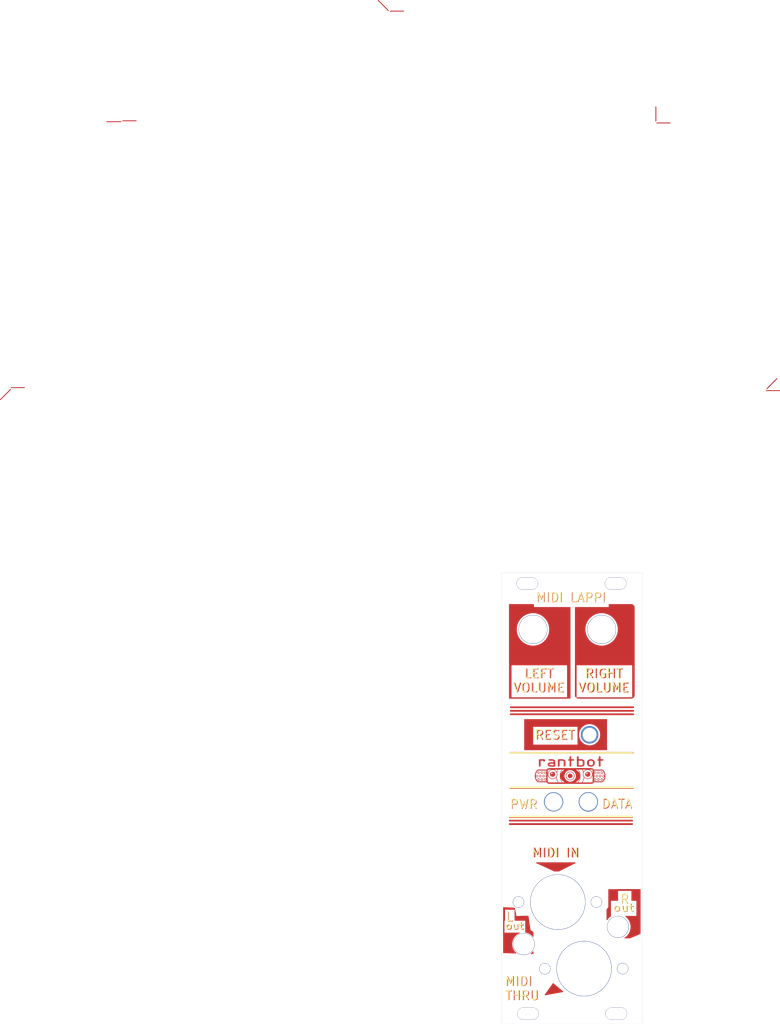
<source format=kicad_pcb>
(kicad_pcb (version 20171130) (host pcbnew "(5.1.4)-1")

  (general
    (thickness 1.6)
    (drawings 70)
    (tracks 23)
    (zones 0)
    (modules 5)
    (nets 1)
  )

  (page A4)
  (layers
    (0 F.Cu signal)
    (31 B.Cu signal)
    (32 B.Adhes user)
    (33 F.Adhes user)
    (34 B.Paste user)
    (35 F.Paste user)
    (36 B.SilkS user)
    (37 F.SilkS user hide)
    (38 B.Mask user hide)
    (39 F.Mask user hide)
    (40 Dwgs.User user)
    (41 Cmts.User user)
    (42 Eco1.User user)
    (43 Eco2.User user)
    (44 Edge.Cuts user)
    (45 Margin user)
    (46 B.CrtYd user)
    (47 F.CrtYd user)
    (48 B.Fab user)
    (49 F.Fab user)
  )

  (setup
    (last_trace_width 0.25)
    (user_trace_width 1)
    (trace_clearance 0.2)
    (zone_clearance 0.508)
    (zone_45_only yes)
    (trace_min 0.2)
    (via_size 0.8)
    (via_drill 0.4)
    (via_min_size 0.4)
    (via_min_drill 0.3)
    (uvia_size 0.3)
    (uvia_drill 0.1)
    (uvias_allowed no)
    (uvia_min_size 0.2)
    (uvia_min_drill 0.1)
    (edge_width 0.05)
    (segment_width 0.2)
    (pcb_text_width 0.3)
    (pcb_text_size 2.5 2.5)
    (mod_edge_width 0.12)
    (mod_text_size 1 1)
    (mod_text_width 0.15)
    (pad_size 6.1 3.5)
    (pad_drill 6)
    (pad_to_mask_clearance 0.051)
    (solder_mask_min_width 0.25)
    (aux_axis_origin 0 0)
    (grid_origin 32.108 180.794)
    (visible_elements 7FFFFF7F)
    (pcbplotparams
      (layerselection 0x010fc_ffffffff)
      (usegerberextensions false)
      (usegerberattributes false)
      (usegerberadvancedattributes false)
      (creategerberjobfile false)
      (excludeedgelayer true)
      (linewidth 0.100000)
      (plotframeref false)
      (viasonmask false)
      (mode 1)
      (useauxorigin false)
      (hpglpennumber 1)
      (hpglpenspeed 20)
      (hpglpendiameter 15.000000)
      (psnegative false)
      (psa4output false)
      (plotreference true)
      (plotvalue true)
      (plotinvisibletext false)
      (padsonsilk false)
      (subtractmaskfromsilk false)
      (outputformat 1)
      (mirror false)
      (drillshape 1)
      (scaleselection 1)
      (outputdirectory ""))
  )

  (net 0 "")

  (net_class Default "This is the default net class."
    (clearance 0.2)
    (trace_width 0.25)
    (via_dia 0.8)
    (via_drill 0.4)
    (uvia_dia 0.3)
    (uvia_drill 0.1)
  )

  (module lappi-plate-r1:rantbot-logo-1 (layer F.Cu) (tedit 5F933F22) (tstamp 5F5167E1)
    (at 51.70424 109.4486)
    (fp_text reference G*** (at 0 0) (layer F.SilkS) hide
      (effects (font (size 1.524 1.524) (thickness 0.3)))
    )
    (fp_text value LOGO (at 0.75 0) (layer F.SilkS) hide
      (effects (font (size 1.524 1.524) (thickness 0.3)))
    )
    (fp_poly (pts (xy 0.225917 0.082651) (xy 0.383222 0.165137) (xy 0.474332 0.241008) (xy 0.58065 0.371979)
      (xy 0.653275 0.519692) (xy 0.685485 0.66963) (xy 0.686486 0.699199) (xy 0.663599 0.844006)
      (xy 0.600635 0.990693) (xy 0.506136 1.126248) (xy 0.388646 1.237659) (xy 0.295005 1.295432)
      (xy 0.146886 1.341203) (xy -0.017283 1.34864) (xy -0.180778 1.318291) (xy -0.282668 1.276541)
      (xy -0.427916 1.175192) (xy -0.535 1.048043) (xy -0.60392 0.902896) (xy -0.634676 0.747557)
      (xy -0.627269 0.589831) (xy -0.581699 0.437522) (xy -0.497964 0.298434) (xy -0.376067 0.180373)
      (xy -0.282668 0.121858) (xy -0.113366 0.060014) (xy 0.058275 0.047278) (xy 0.225917 0.082651)) (layer F.Cu) (width 0.01))
    (fp_poly (pts (xy 5.160929 -0.483165) (xy 5.335635 -0.424838) (xy 5.490919 -0.322292) (xy 5.62028 -0.18049)
      (xy 5.677258 -0.088989) (xy 5.717785 0.026838) (xy 5.735731 0.169179) (xy 5.731197 0.319038)
      (xy 5.704285 0.457416) (xy 5.673948 0.533934) (xy 5.57327 0.687998) (xy 5.445243 0.807609)
      (xy 5.367734 0.858421) (xy 5.291063 0.896442) (xy 5.209178 0.918571) (xy 5.102338 0.929526)
      (xy 5.062629 0.931333) (xy 4.95632 0.931328) (xy 4.859495 0.924504) (xy 4.792155 0.912318)
      (xy 4.789439 0.911432) (xy 4.675993 0.854236) (xy 4.559228 0.764741) (xy 4.455792 0.657412)
      (xy 4.393054 0.567052) (xy 4.324726 0.398984) (xy 4.302316 0.229442) (xy 4.321442 0.06442)
      (xy 4.358799 -0.038138) (xy 4.576576 -0.038138) (xy 4.598312 0.056591) (xy 4.6553 0.128073)
      (xy 4.735206 0.170996) (xy 4.825699 0.180049) (xy 4.914446 0.149919) (xy 4.949962 0.122695)
      (xy 4.998667 0.046347) (xy 5.01258 -0.045927) (xy 4.992164 -0.135701) (xy 4.941816 -0.201558)
      (xy 4.84999 -0.247336) (xy 4.756188 -0.251217) (xy 4.671903 -0.218342) (xy 4.608627 -0.153854)
      (xy 4.57785 -0.062893) (xy 4.576576 -0.038138) (xy 4.358799 -0.038138) (xy 4.377723 -0.090088)
      (xy 4.466776 -0.228091) (xy 4.58422 -0.343595) (xy 4.725674 -0.430607) (xy 4.886755 -0.483134)
      (xy 5.063081 -0.495184) (xy 5.160929 -0.483165)) (layer F.Cu) (width 0.01))
    (fp_poly (pts (xy -4.802039 -0.47004) (xy -4.642737 -0.407366) (xy -4.508166 -0.311141) (xy -4.401012 -0.188104)
      (xy -4.323962 -0.044991) (xy -4.279703 0.111462) (xy -4.270922 0.274518) (xy -4.300306 0.43744)
      (xy -4.370542 0.593491) (xy -4.484316 0.735936) (xy -4.490905 0.742303) (xy -4.640661 0.852653)
      (xy -4.809057 0.920249) (xy -4.986925 0.943489) (xy -5.165097 0.920772) (xy -5.278374 0.87984)
      (xy -5.445488 0.776984) (xy -5.573352 0.644179) (xy -5.65934 0.485436) (xy -5.70083 0.304764)
      (xy -5.704383 0.228829) (xy -5.680797 0.038889) (xy -5.672012 0.016592) (xy -5.437251 0.016592)
      (xy -5.419255 0.06865) (xy -5.381722 0.112482) (xy -5.305645 0.159703) (xy -5.212671 0.178643)
      (xy -5.123931 0.166976) (xy -5.082882 0.145388) (xy -5.018434 0.069455) (xy -4.994284 -0.018547)
      (xy -5.006546 -0.10676) (xy -5.051336 -0.183327) (xy -5.124766 -0.236389) (xy -5.213828 -0.254254)
      (xy -5.318747 -0.234907) (xy -5.390662 -0.176875) (xy -5.429556 -0.080175) (xy -5.433019 -0.05888)
      (xy -5.437251 0.016592) (xy -5.672012 0.016592) (xy -5.61419 -0.130146) (xy -5.509848 -0.272986)
      (xy -5.37306 -0.384341) (xy -5.209113 -0.458922) (xy -5.023297 -0.491439) (xy -4.983384 -0.492429)
      (xy -4.802039 -0.47004)) (layer F.Cu) (width 0.01))
    (fp_poly (pts (xy 9.113337 -0.541331) (xy 9.222931 -0.489959) (xy 9.309228 -0.403555) (xy 9.362587 -0.289948)
      (xy 9.372462 -0.23934) (xy 9.364698 -0.11842) (xy 9.316669 -0.012884) (xy 9.237702 0.070722)
      (xy 9.137129 0.125855) (xy 9.024279 0.145972) (xy 8.908482 0.124527) (xy 8.87528 0.10939)
      (xy 8.771666 0.0311) (xy 8.707067 -0.067437) (xy 8.679833 -0.176743) (xy 8.681522 -0.198776)
      (xy 8.80818 -0.198776) (xy 8.83178 -0.106975) (xy 8.891852 -0.032208) (xy 8.921478 -0.012703)
      (xy 8.994441 0.018634) (xy 9.056077 0.017676) (xy 9.125409 -0.011514) (xy 9.200187 -0.075343)
      (xy 9.23907 -0.161762) (xy 9.240057 -0.255983) (xy 9.201146 -0.343219) (xy 9.174261 -0.372576)
      (xy 9.102131 -0.408429) (xy 9.010381 -0.417395) (xy 8.922552 -0.399473) (xy 8.877791 -0.372576)
      (xy 8.822901 -0.292384) (xy 8.80818 -0.198776) (xy 8.681522 -0.198776) (xy 8.688314 -0.287341)
      (xy 8.73086 -0.389755) (xy 8.80582 -0.474505) (xy 8.911542 -0.532116) (xy 8.990089 -0.54984)
      (xy 9.113337 -0.541331)) (layer F.Cu) (width 0.01))
    (fp_poly (pts (xy 8.134615 -0.549807) (xy 8.248711 -0.498542) (xy 8.349223 -0.405769) (xy 8.405867 -0.302759)
      (xy 8.419015 -0.18936) (xy 8.391484 -0.076171) (xy 8.326094 0.026205) (xy 8.225665 0.107167)
      (xy 8.210646 0.115328) (xy 8.094036 0.149739) (xy 7.977885 0.133555) (xy 7.917764 0.104475)
      (xy 7.810403 0.018957) (xy 7.749008 -0.081551) (xy 7.72933 -0.204026) (xy 7.729329 -0.204881)
      (xy 7.729524 -0.206967) (xy 7.857017 -0.206967) (xy 7.874624 -0.119955) (xy 7.897315 -0.080108)
      (xy 7.972273 -0.010606) (xy 8.061273 0.01431) (xy 8.153053 -0.005838) (xy 8.231481 -0.065938)
      (xy 8.279881 -0.153786) (xy 8.280544 -0.248751) (xy 8.233577 -0.34074) (xy 8.22842 -0.34691)
      (xy 8.153248 -0.404145) (xy 8.071779 -0.419805) (xy 7.992718 -0.400904) (xy 7.924768 -0.354454)
      (xy 7.876634 -0.287471) (xy 7.857017 -0.206967) (xy 7.729524 -0.206967) (xy 7.738258 -0.300062)
      (xy 7.770838 -0.372861) (xy 7.795921 -0.405769) (xy 7.903746 -0.50342) (xy 8.018135 -0.551433)
      (xy 8.134615 -0.549807)) (layer F.Cu) (width 0.01))
    (fp_poly (pts (xy 8.678298 0.428347) (xy 8.778807 0.485226) (xy 8.849077 0.56695) (xy 8.893309 0.680394)
      (xy 8.894411 0.792681) (xy 8.859286 0.896789) (xy 8.794833 0.985698) (xy 8.707956 1.052388)
      (xy 8.605555 1.08984) (xy 8.494531 1.091032) (xy 8.381787 1.048944) (xy 8.377677 1.046468)
      (xy 8.272469 0.957497) (xy 8.21285 0.849166) (xy 8.20207 0.740339) (xy 8.339539 0.740339)
      (xy 8.359475 0.841579) (xy 8.41199 0.915925) (xy 8.486148 0.958971) (xy 8.571013 0.966311)
      (xy 8.655646 0.93354) (xy 8.705948 0.887939) (xy 8.758803 0.805432) (xy 8.767165 0.726598)
      (xy 8.734574 0.637454) (xy 8.672501 0.566095) (xy 8.58776 0.533346) (xy 8.49292 0.541154)
      (xy 8.406531 0.58663) (xy 8.358645 0.638785) (xy 8.340679 0.706798) (xy 8.339539 0.740339)
      (xy 8.20207 0.740339) (xy 8.200615 0.725661) (xy 8.21236 0.661252) (xy 8.265027 0.550976)
      (xy 8.348646 0.470964) (xy 8.452525 0.422799) (xy 8.565973 0.408066) (xy 8.678298 0.428347)) (layer F.Cu) (width 0.01))
    (fp_poly (pts (xy 7.711006 0.427297) (xy 7.812146 0.480808) (xy 7.891352 0.566677) (xy 7.932784 0.661252)
      (xy 7.942645 0.782313) (xy 7.910806 0.892035) (xy 7.845819 0.984159) (xy 7.756238 1.052425)
      (xy 7.650617 1.090573) (xy 7.537508 1.092343) (xy 7.425466 1.051475) (xy 7.411511 1.04276)
      (xy 7.318309 0.954182) (xy 7.263629 0.843225) (xy 7.251083 0.729019) (xy 7.377609 0.729019)
      (xy 7.387249 0.807718) (xy 7.439197 0.887939) (xy 7.52027 0.951212) (xy 7.611077 0.967991)
      (xy 7.700943 0.937718) (xy 7.743197 0.903758) (xy 7.794832 0.822093) (xy 7.808555 0.729327)
      (xy 7.784605 0.641798) (xy 7.738613 0.58663) (xy 7.645673 0.539287) (xy 7.551123 0.534316)
      (xy 7.467532 0.569768) (xy 7.410571 0.637454) (xy 7.377609 0.729019) (xy 7.251083 0.729019)
      (xy 7.250298 0.721874) (xy 7.281145 0.602114) (xy 7.299551 0.568101) (xy 7.382205 0.476548)
      (xy 7.485413 0.423605) (xy 7.598555 0.407709) (xy 7.711006 0.427297)) (layer F.Cu) (width 0.01))
    (fp_poly (pts (xy 9.111969 1.364728) (xy 9.218117 1.412784) (xy 9.301792 1.492013) (xy 9.356252 1.593193)
      (xy 9.374756 1.707104) (xy 9.350563 1.824524) (xy 9.343492 1.840493) (xy 9.269597 1.945413)
      (xy 9.169645 2.016702) (xy 9.054999 2.050004) (xy 8.937023 2.040963) (xy 8.87902 2.018537)
      (xy 8.775271 1.94198) (xy 8.710072 1.844496) (xy 8.681824 1.735616) (xy 8.683031 1.71679)
      (xy 8.808045 1.71679) (xy 8.825507 1.786746) (xy 8.866706 1.84744) (xy 8.940744 1.898175)
      (xy 9.015875 1.931337) (xy 9.038796 1.924618) (xy 9.091436 1.906876) (xy 9.09928 1.904151)
      (xy 9.181103 1.852114) (xy 9.230353 1.773222) (xy 9.244104 1.681714) (xy 9.219432 1.591834)
      (xy 9.175106 1.535096) (xy 9.102419 1.498681) (xy 9.010395 1.489436) (xy 8.922407 1.507419)
      (xy 8.877791 1.534331) (xy 8.821194 1.617319) (xy 8.808045 1.71679) (xy 8.683031 1.71679)
      (xy 8.688926 1.624872) (xy 8.729778 1.521795) (xy 8.802778 1.435916) (xy 8.906328 1.376767)
      (xy 8.990089 1.357067) (xy 9.111969 1.364728)) (layer F.Cu) (width 0.01))
    (fp_poly (pts (xy 8.134615 1.3571) (xy 8.248711 1.408365) (xy 8.349223 1.501138) (xy 8.40551 1.603639)
      (xy 8.418858 1.716413) (xy 8.392507 1.828436) (xy 8.329695 1.928688) (xy 8.233661 2.006147)
      (xy 8.195347 2.024779) (xy 8.102375 2.053891) (xy 8.021531 2.050783) (xy 7.944184 2.023696)
      (xy 7.839603 1.954729) (xy 7.767229 1.859525) (xy 7.73025 1.749319) (xy 7.731122 1.687394)
      (xy 7.856456 1.687394) (xy 7.876619 1.790285) (xy 7.929879 1.865989) (xy 8.005389 1.910066)
      (xy 8.092303 1.918074) (xy 8.179776 1.885571) (xy 8.231481 1.840968) (xy 8.282515 1.751348)
      (xy 8.285514 1.657921) (xy 8.2412 1.571039) (xy 8.210461 1.540499) (xy 8.145027 1.497626)
      (xy 8.082957 1.475498) (xy 8.072572 1.474675) (xy 7.993953 1.496683) (xy 7.921433 1.55239)
      (xy 7.870737 1.62632) (xy 7.856456 1.687394) (xy 7.731122 1.687394) (xy 7.731855 1.635345)
      (xy 7.77523 1.528838) (xy 7.795921 1.501138) (xy 7.903746 1.403487) (xy 8.018135 1.355474)
      (xy 8.134615 1.3571)) (layer F.Cu) (width 0.01))
    (fp_poly (pts (xy -7.985105 -0.549807) (xy -7.871008 -0.498542) (xy -7.770496 -0.405769) (xy -7.715159 -0.303309)
      (xy -7.700532 -0.186767) (xy -7.726616 -0.072531) (xy -7.770496 -0.001037) (xy -7.875926 0.094992)
      (xy -7.988438 0.143841) (xy -8.103369 0.144369) (xy -8.201955 0.104475) (xy -8.309317 0.018957)
      (xy -8.370712 -0.081551) (xy -8.39039 -0.204026) (xy -8.390391 -0.204881) (xy -8.390196 -0.206967)
      (xy -8.262702 -0.206967) (xy -8.245096 -0.119955) (xy -8.222405 -0.080108) (xy -8.147446 -0.010606)
      (xy -8.058446 0.01431) (xy -7.966667 -0.005838) (xy -7.888239 -0.065938) (xy -7.839838 -0.153786)
      (xy -7.839176 -0.248751) (xy -7.886142 -0.34074) (xy -7.8913 -0.34691) (xy -7.966472 -0.404145)
      (xy -8.04794 -0.419805) (xy -8.127001 -0.400904) (xy -8.194951 -0.354454) (xy -8.243086 -0.287471)
      (xy -8.262702 -0.206967) (xy -8.390196 -0.206967) (xy -8.381462 -0.300062) (xy -8.348882 -0.372861)
      (xy -8.323799 -0.405769) (xy -8.215974 -0.50342) (xy -8.101584 -0.551433) (xy -7.985105 -0.549807)) (layer F.Cu) (width 0.01))
    (fp_poly (pts (xy -8.91329 -0.541331) (xy -8.803696 -0.489959) (xy -8.717398 -0.403555) (xy -8.66404 -0.289948)
      (xy -8.654164 -0.23934) (xy -8.661928 -0.11842) (xy -8.709958 -0.012884) (xy -8.788924 0.070722)
      (xy -8.889497 0.125855) (xy -9.002348 0.145972) (xy -9.118145 0.124527) (xy -9.151346 0.10939)
      (xy -9.254961 0.0311) (xy -9.31956 -0.067437) (xy -9.346794 -0.176743) (xy -9.345105 -0.198776)
      (xy -9.218446 -0.198776) (xy -9.194846 -0.106975) (xy -9.134774 -0.032208) (xy -9.105149 -0.012703)
      (xy -9.032185 0.018634) (xy -8.97055 0.017676) (xy -8.901218 -0.011514) (xy -8.826439 -0.075343)
      (xy -8.787556 -0.161762) (xy -8.78657 -0.255983) (xy -8.825481 -0.343219) (xy -8.852366 -0.372576)
      (xy -8.924496 -0.408429) (xy -9.016246 -0.417395) (xy -9.104075 -0.399473) (xy -9.148836 -0.372576)
      (xy -9.203725 -0.292384) (xy -9.218446 -0.198776) (xy -9.345105 -0.198776) (xy -9.338312 -0.287341)
      (xy -9.295766 -0.389755) (xy -9.220807 -0.474505) (xy -9.115084 -0.532116) (xy -9.036538 -0.54984)
      (xy -8.91329 -0.541331)) (layer F.Cu) (width 0.01))
    (fp_poly (pts (xy -7.441422 0.428347) (xy -7.340913 0.485226) (xy -7.270643 0.56695) (xy -7.226411 0.680394)
      (xy -7.225309 0.792681) (xy -7.260434 0.896789) (xy -7.324886 0.985698) (xy -7.411764 1.052388)
      (xy -7.514165 1.08984) (xy -7.625188 1.091032) (xy -7.737933 1.048944) (xy -7.742042 1.046468)
      (xy -7.84725 0.957497) (xy -7.90687 0.849166) (xy -7.91765 0.740339) (xy -7.780181 0.740339)
      (xy -7.760245 0.841579) (xy -7.70773 0.915925) (xy -7.633571 0.958971) (xy -7.548707 0.966311)
      (xy -7.464073 0.93354) (xy -7.413772 0.887939) (xy -7.360917 0.805432) (xy -7.352554 0.726598)
      (xy -7.385146 0.637454) (xy -7.447219 0.566095) (xy -7.531959 0.533346) (xy -7.626799 0.541154)
      (xy -7.713188 0.58663) (xy -7.761075 0.638785) (xy -7.779041 0.706798) (xy -7.780181 0.740339)
      (xy -7.91765 0.740339) (xy -7.919104 0.725661) (xy -7.907359 0.661252) (xy -7.854692 0.550976)
      (xy -7.771074 0.470964) (xy -7.667194 0.422799) (xy -7.553747 0.408066) (xy -7.441422 0.428347)) (layer F.Cu) (width 0.01))
    (fp_poly (pts (xy -8.408714 0.427297) (xy -8.307574 0.480808) (xy -8.228368 0.566677) (xy -8.186936 0.661252)
      (xy -8.177075 0.782313) (xy -8.208914 0.892035) (xy -8.273901 0.984159) (xy -8.363482 1.052425)
      (xy -8.469103 1.090573) (xy -8.582211 1.092343) (xy -8.694253 1.051475) (xy -8.708209 1.04276)
      (xy -8.801411 0.954182) (xy -8.856091 0.843225) (xy -8.868636 0.729019) (xy -8.742111 0.729019)
      (xy -8.73247 0.807718) (xy -8.680523 0.887939) (xy -8.59945 0.951212) (xy -8.508642 0.967991)
      (xy -8.418777 0.937718) (xy -8.376522 0.903758) (xy -8.324888 0.822093) (xy -8.311164 0.729327)
      (xy -8.335115 0.641798) (xy -8.381107 0.58663) (xy -8.474047 0.539287) (xy -8.568597 0.534316)
      (xy -8.652187 0.569768) (xy -8.709149 0.637454) (xy -8.742111 0.729019) (xy -8.868636 0.729019)
      (xy -8.869421 0.721874) (xy -8.838575 0.602114) (xy -8.820168 0.568101) (xy -8.737515 0.476548)
      (xy -8.634306 0.423605) (xy -8.521165 0.407709) (xy -8.408714 0.427297)) (layer F.Cu) (width 0.01))
    (fp_poly (pts (xy -7.985105 1.3571) (xy -7.871008 1.408365) (xy -7.770496 1.501138) (xy -7.71421 1.603639)
      (xy -7.700861 1.716413) (xy -7.727213 1.828436) (xy -7.790025 1.928688) (xy -7.886059 2.006147)
      (xy -7.924373 2.024779) (xy -8.017345 2.053891) (xy -8.098188 2.050783) (xy -8.175535 2.023696)
      (xy -8.280117 1.954729) (xy -8.352491 1.859525) (xy -8.389469 1.749319) (xy -8.388598 1.687394)
      (xy -8.263264 1.687394) (xy -8.2431 1.790285) (xy -8.189841 1.865989) (xy -8.114331 1.910066)
      (xy -8.027416 1.918074) (xy -7.939943 1.885571) (xy -7.888239 1.840968) (xy -7.837204 1.751348)
      (xy -7.834206 1.657921) (xy -7.87852 1.571039) (xy -7.909259 1.540499) (xy -7.974693 1.497626)
      (xy -8.036763 1.475498) (xy -8.047148 1.474675) (xy -8.125767 1.496683) (xy -8.198287 1.55239)
      (xy -8.248983 1.62632) (xy -8.263264 1.687394) (xy -8.388598 1.687394) (xy -8.387865 1.635345)
      (xy -8.344489 1.528838) (xy -8.323799 1.501138) (xy -8.215974 1.403487) (xy -8.101584 1.355474)
      (xy -7.985105 1.3571)) (layer F.Cu) (width 0.01))
    (fp_poly (pts (xy -8.914658 1.364728) (xy -8.80851 1.412784) (xy -8.724835 1.492013) (xy -8.670375 1.593193)
      (xy -8.651871 1.707104) (xy -8.676064 1.824524) (xy -8.683135 1.840493) (xy -8.757029 1.945413)
      (xy -8.856981 2.016702) (xy -8.971627 2.050004) (xy -9.089604 2.040963) (xy -9.147606 2.018537)
      (xy -9.251356 1.94198) (xy -9.316554 1.844496) (xy -9.344802 1.735616) (xy -9.343595 1.71679)
      (xy -9.218582 1.71679) (xy -9.201119 1.786746) (xy -9.159921 1.84744) (xy -9.085882 1.898175)
      (xy -9.010751 1.931337) (xy -8.98783 1.924618) (xy -8.93519 1.906876) (xy -8.927346 1.904151)
      (xy -8.845524 1.852114) (xy -8.796274 1.773222) (xy -8.782522 1.681714) (xy -8.807195 1.591834)
      (xy -8.85152 1.535096) (xy -8.924207 1.498681) (xy -9.016232 1.489436) (xy -9.10422 1.507419)
      (xy -9.148836 1.534331) (xy -9.205432 1.617319) (xy -9.218582 1.71679) (xy -9.343595 1.71679)
      (xy -9.3377 1.624872) (xy -9.296849 1.521795) (xy -9.223848 1.435916) (xy -9.120299 1.376767)
      (xy -9.036538 1.357067) (xy -8.914658 1.364728)) (layer F.Cu) (width 0.01))
    (fp_poly (pts (xy 0.27109 -0.510942) (xy 0.500751 -0.440049) (xy 0.7049 -0.333069) (xy 0.884729 -0.188109)
      (xy 1.034911 -0.00894) (xy 1.151093 0.195488) (xy 1.22892 0.416227) (xy 1.264036 0.644326)
      (xy 1.260382 0.80855) (xy 1.211833 1.051383) (xy 1.120547 1.273198) (xy 0.991524 1.470023)
      (xy 0.829766 1.637885) (xy 0.640275 1.772813) (xy 0.428053 1.870835) (xy 0.198101 1.927977)
      (xy -0.044579 1.940268) (xy -0.152553 1.930649) (xy -0.379769 1.878481) (xy -0.587222 1.783135)
      (xy -0.780006 1.641851) (xy -0.897214 1.526939) (xy -1.044031 1.338447) (xy -1.144843 1.137289)
      (xy -1.201731 0.917415) (xy -1.212082 0.74912) (xy -1.091619 0.74912) (xy -1.061092 0.966965)
      (xy -0.984733 1.182935) (xy -0.967685 1.217676) (xy -0.888687 1.340219) (xy -0.780331 1.466297)
      (xy -0.65943 1.578137) (xy -0.560567 1.648027) (xy -0.418366 1.722944) (xy -0.287399 1.770175)
      (xy -0.149136 1.794181) (xy 0.014953 1.799422) (xy 0.063563 1.79828) (xy 0.1883 1.792612)
      (xy 0.279971 1.782363) (xy 0.35636 1.763679) (xy 0.435245 1.732705) (xy 0.495096 1.704728)
      (xy 0.69081 1.584164) (xy 0.855391 1.42968) (xy 0.985164 1.248171) (xy 1.076455 1.046534)
      (xy 1.12559 0.831662) (xy 1.128896 0.610452) (xy 1.11878 0.53416) (xy 1.054523 0.297145)
      (xy 0.950506 0.089294) (xy 0.810642 -0.086275) (xy 0.638845 -0.226444) (xy 0.439028 -0.328096)
      (xy 0.215104 -0.388112) (xy -0.029012 -0.403376) (xy -0.056551 -0.402208) (xy -0.281482 -0.367044)
      (xy -0.485291 -0.289826) (xy -0.66489 -0.176044) (xy -0.817189 -0.03119) (xy -0.9391 0.139244)
      (xy -1.027535 0.329768) (xy -1.079404 0.534891) (xy -1.091619 0.74912) (xy -1.212082 0.74912)
      (xy -1.216778 0.672775) (xy -1.214179 0.605864) (xy -1.203513 0.478945) (xy -1.184428 0.378867)
      (xy -1.150925 0.281677) (xy -1.110314 0.191179) (xy -0.994504 -0.004343) (xy -0.844765 -0.183013)
      (xy -0.674253 -0.329711) (xy -0.632583 -0.357915) (xy -0.424788 -0.461957) (xy -0.199619 -0.522044)
      (xy 0.034987 -0.538323) (xy 0.27109 -0.510942)) (layer F.Cu) (width 0.01))
    (fp_poly (pts (xy 8.511494 -4.873022) (xy 8.597369 -4.82875) (xy 8.607662 -4.819274) (xy 8.63237 -4.79234)
      (xy 8.649515 -4.763257) (xy 8.660477 -4.722753) (xy 8.666635 -4.661556) (xy 8.669368 -4.570395)
      (xy 8.670056 -4.439997) (xy 8.67007 -4.399754) (xy 8.67007 -4.042642) (xy 8.994244 -4.042547)
      (xy 9.134782 -4.041418) (xy 9.234945 -4.037282) (xy 9.305176 -4.028871) (xy 9.35592 -4.014918)
      (xy 9.397622 -3.994154) (xy 9.39878 -3.993451) (xy 9.473962 -3.928481) (xy 9.499829 -3.856423)
      (xy 9.475669 -3.779359) (xy 9.473319 -3.775692) (xy 9.428696 -3.730228) (xy 9.35905 -3.697506)
      (xy 9.257882 -3.676089) (xy 9.118695 -3.664543) (xy 8.956106 -3.661403) (xy 8.67007 -3.661261)
      (xy 8.67007 -2.089405) (xy 8.591843 -2.023581) (xy 8.490689 -1.966918) (xy 8.384575 -1.956964)
      (xy 8.283939 -1.99347) (xy 8.235882 -2.032078) (xy 8.161561 -2.106399) (xy 8.161561 -3.654178)
      (xy 8.028438 -3.669944) (xy 7.901493 -3.700383) (xy 7.814469 -3.751497) (xy 7.767517 -3.815167)
      (xy 7.760792 -3.883271) (xy 7.794445 -3.947687) (xy 7.86863 -4.000295) (xy 7.983499 -4.032973)
      (xy 8.021526 -4.037327) (xy 8.161561 -4.048939) (xy 8.161561 -4.402903) (xy 8.161959 -4.543978)
      (xy 8.164084 -4.643532) (xy 8.169336 -4.710891) (xy 8.179111 -4.755382) (xy 8.194808 -4.786332)
      (xy 8.217824 -4.813071) (xy 8.223969 -4.819274) (xy 8.305414 -4.868283) (xy 8.407716 -4.886198)
      (xy 8.511494 -4.873022)) (layer F.Cu) (width 0.01))
    (fp_poly (pts (xy 6.153093 -4.015386) (xy 6.174076 -4.011439) (xy 6.414294 -3.94713) (xy 6.613774 -3.855876)
      (xy 6.77622 -3.735438) (xy 6.90534 -3.58358) (xy 6.920173 -3.560938) (xy 6.946097 -3.518919)
      (xy 6.964885 -3.480994) (xy 6.977686 -3.438304) (xy 6.985648 -3.381984) (xy 6.98992 -3.303174)
      (xy 6.991651 -3.19301) (xy 6.99199 -3.042632) (xy 6.991992 -3.006922) (xy 6.990842 -2.825422)
      (xy 6.98569 -2.685703) (xy 6.973978 -2.578712) (xy 6.95315 -2.495401) (xy 6.920649 -2.426718)
      (xy 6.873919 -2.363614) (xy 6.810402 -2.297037) (xy 6.78433 -2.271813) (xy 6.621024 -2.148132)
      (xy 6.424642 -2.053112) (xy 6.205803 -1.989403) (xy 5.975125 -1.959654) (xy 5.743228 -1.966516)
      (xy 5.631731 -1.984177) (xy 5.414691 -2.046863) (xy 5.224968 -2.138319) (xy 5.067694 -2.254468)
      (xy 4.947997 -2.391232) (xy 4.871008 -2.544532) (xy 4.855032 -2.601642) (xy 4.840293 -2.702525)
      (xy 4.832524 -2.832587) (xy 4.831233 -2.979459) (xy 4.831827 -2.998627) (xy 5.339434 -2.998627)
      (xy 5.340276 -2.849866) (xy 5.343425 -2.742337) (xy 5.349947 -2.666436) (xy 5.360909 -2.612559)
      (xy 5.377379 -2.571102) (xy 5.389287 -2.549924) (xy 5.462101 -2.470822) (xy 5.573025 -2.401033)
      (xy 5.709343 -2.348176) (xy 5.739394 -2.340093) (xy 5.855587 -2.326227) (xy 5.994361 -2.331449)
      (xy 6.132151 -2.353488) (xy 6.241941 -2.388501) (xy 6.328325 -2.439118) (xy 6.409037 -2.504364)
      (xy 6.419919 -2.515406) (xy 6.496196 -2.596582) (xy 6.504286 -2.970036) (xy 6.507014 -3.116301)
      (xy 6.507123 -3.221364) (xy 6.503555 -3.294851) (xy 6.495249 -3.346385) (xy 6.481148 -3.385592)
      (xy 6.460192 -3.422096) (xy 6.453409 -3.432456) (xy 6.388159 -3.503052) (xy 6.293757 -3.571212)
      (xy 6.254628 -3.593007) (xy 6.179413 -3.628747) (xy 6.115057 -3.649334) (xy 6.043351 -3.658013)
      (xy 5.946086 -3.658028) (xy 5.898698 -3.65644) (xy 5.709087 -3.635558) (xy 5.560164 -3.587916)
      (xy 5.448551 -3.512126) (xy 5.396546 -3.450305) (xy 5.373943 -3.4132) (xy 5.358208 -3.373625)
      (xy 5.348116 -3.321883) (xy 5.34244 -3.248276) (xy 5.339955 -3.143107) (xy 5.339434 -2.998627)
      (xy 4.831827 -2.998627) (xy 4.835927 -3.130774) (xy 4.846113 -3.274163) (xy 4.8613 -3.397259)
      (xy 4.880993 -3.487694) (xy 4.891413 -3.514886) (xy 4.991286 -3.663039) (xy 5.131061 -3.790718)
      (xy 5.302871 -3.894877) (xy 5.498847 -3.972469) (xy 5.711122 -4.020448) (xy 5.931826 -4.035769)
      (xy 6.153093 -4.015386)) (layer F.Cu) (width 0.01))
    (fp_poly (pts (xy 2.263823 -4.869069) (xy 2.346825 -4.830226) (xy 2.348423 -4.828985) (xy 2.374567 -4.807074)
      (xy 2.392833 -4.783512) (xy 2.404635 -4.749455) (xy 2.411383 -4.696059) (xy 2.41449 -4.61448)
      (xy 2.41537 -4.495874) (xy 2.415415 -4.409466) (xy 2.415415 -4.042642) (xy 2.859108 -4.042642)
      (xy 3.015548 -4.040998) (xy 3.164633 -4.036448) (xy 3.29457 -4.029572) (xy 3.393564 -4.020946)
      (xy 3.437537 -4.014304) (xy 3.617106 -3.95973) (xy 3.778138 -3.878391) (xy 3.912442 -3.776426)
      (xy 4.011829 -3.659977) (xy 4.065996 -3.543152) (xy 4.076479 -3.477115) (xy 4.08433 -3.371441)
      (xy 4.089559 -3.237278) (xy 4.092173 -3.085772) (xy 4.092182 -2.928068) (xy 4.089593 -2.775313)
      (xy 4.084417 -2.638654) (xy 4.076662 -2.529237) (xy 4.066337 -2.458208) (xy 4.065138 -2.453553)
      (xy 4.016391 -2.351876) (xy 3.930812 -2.245918) (xy 3.820037 -2.146787) (xy 3.695699 -2.065593)
      (xy 3.623123 -2.031557) (xy 3.575568 -2.013571) (xy 3.52968 -1.999441) (xy 3.47856 -1.988613)
      (xy 3.415303 -1.980531) (xy 3.333009 -1.97464) (xy 3.224777 -1.970385) (xy 3.083704 -1.967212)
      (xy 2.902889 -1.964565) (xy 2.770273 -1.962974) (xy 2.563169 -1.960708) (xy 2.40075 -1.959508)
      (xy 2.276855 -1.959742) (xy 2.185323 -1.961779) (xy 2.119993 -1.965988) (xy 2.074704 -1.972738)
      (xy 2.043296 -1.982397) (xy 2.019606 -1.995335) (xy 2.001154 -2.009015) (xy 1.932332 -2.06315)
      (xy 1.932332 -3.661261) (xy 2.415415 -3.661261) (xy 2.415415 -2.30895) (xy 2.892142 -2.317688)
      (xy 3.060864 -2.321164) (xy 3.186956 -2.325164) (xy 3.278636 -2.330646) (xy 3.34412 -2.338571)
      (xy 3.391629 -2.349896) (xy 3.429379 -2.365581) (xy 3.461691 -2.384148) (xy 3.523176 -2.429083)
      (xy 3.563949 -2.471176) (xy 3.569749 -2.481573) (xy 3.57739 -2.527575) (xy 3.582574 -2.6126)
      (xy 3.58546 -2.726932) (xy 3.586208 -2.860858) (xy 3.584978 -3.004663) (xy 3.581929 -3.148634)
      (xy 3.577222 -3.283055) (xy 3.571016 -3.398214) (xy 3.563472 -3.484395) (xy 3.554748 -3.531885)
      (xy 3.552394 -3.536583) (xy 3.514757 -3.577999) (xy 3.468661 -3.609293) (xy 3.406892 -3.631817)
      (xy 3.322238 -3.646922) (xy 3.207485 -3.655961) (xy 3.055421 -3.660284) (xy 2.887048 -3.661261)
      (xy 2.415415 -3.661261) (xy 1.932332 -3.661261) (xy 1.932332 -4.786728) (xy 1.987073 -4.834205)
      (xy 2.063219 -4.871357) (xy 2.162378 -4.882878) (xy 2.263823 -4.869069)) (layer F.Cu) (width 0.01))
    (fp_poly (pts (xy 0.188414 -4.866175) (xy 0.263538 -4.828985) (xy 0.28974 -4.807014) (xy 0.308027 -4.783377)
      (xy 0.319822 -4.749203) (xy 0.326548 -4.695616) (xy 0.329629 -4.613744) (xy 0.330488 -4.494711)
      (xy 0.33053 -4.411387) (xy 0.33053 -4.046486) (xy 0.684516 -4.038208) (xy 0.826123 -4.034412)
      (xy 0.926342 -4.029697) (xy 0.99463 -4.022469) (xy 1.040446 -4.011129) (xy 1.073248 -3.994082)
      (xy 1.102493 -3.969732) (xy 1.105192 -3.967204) (xy 1.156582 -3.893257) (xy 1.157755 -3.818457)
      (xy 1.109075 -3.747162) (xy 1.085114 -3.727339) (xy 1.049748 -3.705154) (xy 1.006841 -3.689496)
      (xy 0.946551 -3.678883) (xy 0.859036 -3.671832) (xy 0.734454 -3.666862) (xy 0.671951 -3.665123)
      (xy 0.33053 -3.656272) (xy 0.33053 -2.88537) (xy 0.330024 -2.690815) (xy 0.328593 -2.511577)
      (xy 0.326366 -2.354287) (xy 0.323471 -2.225573) (xy 0.320037 -2.132065) (xy 0.316194 -2.080393)
      (xy 0.314736 -2.073311) (xy 0.267595 -2.015104) (xy 0.188514 -1.977627) (xy 0.092985 -1.963288)
      (xy -0.003494 -1.974497) (xy -0.082633 -2.011535) (xy -0.152553 -2.063701) (xy -0.152553 -3.661261)
      (xy -0.235186 -3.661403) (xy -0.360554 -3.674666) (xy -0.463953 -3.710589) (xy -0.537871 -3.764057)
      (xy -0.574794 -3.829957) (xy -0.571911 -3.890599) (xy -0.526923 -3.955572) (xy -0.445234 -4.006748)
      (xy -0.34053 -4.037162) (xy -0.273324 -4.042547) (xy -0.152553 -4.042642) (xy -0.152553 -4.413592)
      (xy -0.152151 -4.558594) (xy -0.150148 -4.661475) (xy -0.145353 -4.730963) (xy -0.136573 -4.775785)
      (xy -0.122615 -4.80467) (xy -0.102287 -4.826345) (xy -0.095346 -4.832266) (xy -0.015331 -4.870493)
      (xy 0.086357 -4.881731) (xy 0.188414 -4.866175)) (layer F.Cu) (width 0.01))
    (fp_poly (pts (xy -2.322385 -4.038114) (xy -2.167536 -4.031851) (xy -2.041109 -4.020288) (xy -1.935656 -4.002611)
      (xy -1.843726 -3.97801) (xy -1.75787 -3.945673) (xy -1.712584 -3.925263) (xy -1.593911 -3.852526)
      (xy -1.48557 -3.75607) (xy -1.400117 -3.649113) (xy -1.350104 -3.544871) (xy -1.34962 -3.543152)
      (xy -1.341312 -3.486901) (xy -1.334229 -3.385988) (xy -1.328591 -3.246591) (xy -1.324619 -3.07489)
      (xy -1.322531 -2.877064) (xy -1.322264 -2.775772) (xy -1.322123 -2.106399) (xy -1.396443 -2.032078)
      (xy -1.489846 -1.970771) (xy -1.594322 -1.95579) (xy -1.699432 -1.987384) (xy -1.752404 -2.023581)
      (xy -1.830631 -2.089405) (xy -1.830631 -2.784265) (xy -1.831194 -2.968911) (xy -1.83278 -3.138131)
      (xy -1.835238 -3.284889) (xy -1.838418 -3.402147) (xy -1.842166 -3.482867) (xy -1.846333 -3.520013)
      (xy -1.84648 -3.520425) (xy -1.877907 -3.557211) (xy -1.937242 -3.599069) (xy -1.959881 -3.611493)
      (xy -1.99989 -3.629347) (xy -2.045125 -3.642395) (xy -2.10395 -3.651369) (xy -2.184727 -3.657001)
      (xy -2.295817 -3.660023) (xy -2.445583 -3.661165) (xy -2.528817 -3.661261) (xy -3.000201 -3.661261)
      (xy -3.000201 -2.887865) (xy -3.000705 -2.692992) (xy -3.002131 -2.513434) (xy -3.004352 -2.355806)
      (xy -3.007239 -2.226728) (xy -3.010663 -2.132815) (xy -3.014497 -2.080686) (xy -3.015994 -2.073311)
      (xy -3.062919 -2.015566) (xy -3.141877 -1.977732) (xy -3.237136 -1.96228) (xy -3.332964 -1.97168)
      (xy -3.413628 -2.008402) (xy -3.416291 -2.010454) (xy -3.483284 -2.06315) (xy -3.483284 -3.939768)
      (xy -3.414564 -3.984849) (xy -3.386885 -3.999478) (xy -3.349505 -4.010852) (xy -3.295754 -4.019503)
      (xy -3.218964 -4.02596) (xy -3.112468 -4.030755) (xy -2.969596 -4.034418) (xy -2.783681 -4.037482)
      (xy -2.747147 -4.037983) (xy -2.513106 -4.039888) (xy -2.322385 -4.038114)) (layer F.Cu) (width 0.01))
    (fp_poly (pts (xy -5.164123 -4.036383) (xy -5.017389 -4.027523) (xy -4.896726 -4.011962) (xy -4.793924 -3.988763)
      (xy -4.700771 -3.956986) (xy -4.642831 -3.931902) (xy -4.521386 -3.859893) (xy -4.409218 -3.765533)
      (xy -4.320903 -3.662506) (xy -4.28091 -3.592158) (xy -4.269782 -3.553465) (xy -4.261099 -3.492252)
      (xy -4.254628 -3.403319) (xy -4.250138 -3.281465) (xy -4.247395 -3.121489) (xy -4.246167 -2.918192)
      (xy -4.246047 -2.812405) (xy -4.246605 -2.627357) (xy -4.248179 -2.457738) (xy -4.250619 -2.310566)
      (xy -4.253775 -2.192857) (xy -4.257497 -2.11163) (xy -4.261636 -2.073902) (xy -4.26184 -2.073311)
      (xy -4.279317 -2.039867) (xy -4.306886 -2.013509) (xy -4.350141 -1.993451) (xy -4.414674 -1.978904)
      (xy -4.506077 -1.969082) (xy -4.629943 -1.963197) (xy -4.791863 -1.960464) (xy -4.997432 -1.960094)
      (xy -5.064754 -1.960312) (xy -5.246131 -1.961895) (xy -5.415454 -1.964994) (xy -5.564548 -1.969331)
      (xy -5.685242 -1.974629) (xy -5.769364 -1.980611) (xy -5.803457 -1.985361) (xy -5.970351 -2.042207)
      (xy -6.123391 -2.127205) (xy -6.251027 -2.232225) (xy -6.341713 -2.349139) (xy -6.354376 -2.373185)
      (xy -6.398829 -2.517629) (xy -6.397695 -2.548111) (xy -5.906914 -2.548111) (xy -5.878449 -2.465163)
      (xy -5.85613 -2.437822) (xy -5.805642 -2.396178) (xy -5.743657 -2.364776) (xy -5.662779 -2.342295)
      (xy -5.555609 -2.327413) (xy -5.414752 -2.318808) (xy -5.23281 -2.315159) (xy -5.167718 -2.31483)
      (xy -4.72913 -2.313714) (xy -4.72913 -2.822222) (xy -5.155005 -2.82208) (xy -5.348444 -2.820321)
      (xy -5.498826 -2.814352) (xy -5.613861 -2.802917) (xy -5.701256 -2.784761) (xy -5.768721 -2.758629)
      (xy -5.823964 -2.723266) (xy -5.839331 -2.710648) (xy -5.893541 -2.635354) (xy -5.906914 -2.548111)
      (xy -6.397695 -2.548111) (xy -6.393515 -2.660436) (xy -6.339467 -2.797632) (xy -6.237715 -2.925243)
      (xy -6.202919 -2.956921) (xy -6.12479 -3.019352) (xy -6.048473 -3.068051) (xy -5.96607 -3.104845)
      (xy -5.869683 -3.131562) (xy -5.751415 -3.150027) (xy -5.603367 -3.162067) (xy -5.417642 -3.169509)
      (xy -5.26942 -3.17281) (xy -4.72913 -3.182548) (xy -4.72913 -3.290983) (xy -4.745459 -3.435986)
      (xy -4.793697 -3.544921) (xy -4.851803 -3.602376) (xy -4.880157 -3.617875) (xy -4.918499 -3.629953)
      (xy -4.97376 -3.63926) (xy -5.052869 -3.646445) (xy -5.162756 -3.652158) (xy -5.310351 -3.657047)
      (xy -5.480376 -3.661261) (xy -5.66868 -3.666027) (xy -5.813007 -3.671102) (xy -5.92023 -3.677115)
      (xy -5.997222 -3.684694) (xy -6.050856 -3.694468) (xy -6.088005 -3.707065) (xy -6.109251 -3.71879)
      (xy -6.177192 -3.785008) (xy -6.196549 -3.859116) (xy -6.166512 -3.935269) (xy -6.143084 -3.962426)
      (xy -6.075638 -4.02993) (xy -5.568645 -4.037759) (xy -5.345138 -4.039482) (xy -5.164123 -4.036383)) (layer F.Cu) (width 0.01))
    (fp_poly (pts (xy -7.557726 -4.038213) (xy -7.462182 -4.035361) (xy -7.392233 -4.030349) (xy -7.341566 -4.022872)
      (xy -7.303869 -4.012625) (xy -7.272832 -3.999303) (xy -7.271672 -3.998719) (xy -7.182683 -3.953653)
      (xy -7.182683 -3.47057) (xy -7.279134 -3.423454) (xy -7.384948 -3.392033) (xy -7.485903 -3.396983)
      (xy -7.571344 -3.433702) (xy -7.630612 -3.497585) (xy -7.653051 -3.584029) (xy -7.653054 -3.584985)
      (xy -7.653054 -3.661261) (xy -8.415816 -3.661261) (xy -8.415816 -2.887865) (xy -8.41632 -2.692992)
      (xy -8.417747 -2.513434) (xy -8.419968 -2.355806) (xy -8.422855 -2.226728) (xy -8.426279 -2.132815)
      (xy -8.430113 -2.080686) (xy -8.43161 -2.073311) (xy -8.478534 -2.015566) (xy -8.557492 -1.977732)
      (xy -8.652752 -1.96228) (xy -8.74858 -1.97168) (xy -8.829244 -2.008402) (xy -8.831907 -2.010454)
      (xy -8.898899 -2.06315) (xy -8.898899 -3.939768) (xy -8.830163 -3.984849) (xy -8.804818 -3.998407)
      (xy -8.770806 -4.009132) (xy -8.722037 -4.017434) (xy -8.652422 -4.023726) (xy -8.55587 -4.028419)
      (xy -8.426292 -4.031926) (xy -8.257596 -4.034658) (xy -8.061044 -4.036857) (xy -7.850845 -4.038656)
      (xy -7.685177 -4.039209) (xy -7.557726 -4.038213)) (layer F.Cu) (width 0.01))
    (fp_poly (pts (xy 0.642026 -1.527068) (xy 1.128916 -1.526773) (xy 1.609682 -1.526311) (xy 2.081611 -1.525681)
      (xy 2.54199 -1.524884) (xy 2.988107 -1.523919) (xy 3.417247 -1.522786) (xy 3.826698 -1.521486)
      (xy 4.213747 -1.520018) (xy 4.575681 -1.518383) (xy 4.909786 -1.51658) (xy 5.21335 -1.514609)
      (xy 5.48366 -1.512471) (xy 5.718002 -1.510165) (xy 5.913664 -1.507691) (xy 6.067932 -1.50505)
      (xy 6.178093 -1.502241) (xy 6.241434 -1.499265) (xy 6.254496 -1.497759) (xy 6.401108 -1.442698)
      (xy 6.541643 -1.345653) (xy 6.664037 -1.215139) (xy 6.673926 -1.2018) (xy 6.75045 -1.0964)
      (xy 8.04079 -1.094847) (xy 8.339239 -1.094265) (xy 8.590432 -1.093236) (xy 8.797965 -1.091661)
      (xy 8.965432 -1.089446) (xy 9.096427 -1.086494) (xy 9.194546 -1.082709) (xy 9.263383 -1.077995)
      (xy 9.306532 -1.072255) (xy 9.327589 -1.065393) (xy 9.331131 -1.060315) (xy 9.348272 -1.025691)
      (xy 9.392482 -0.971027) (xy 9.435224 -0.926832) (xy 9.611053 -0.726574) (xy 9.766461 -0.488859)
      (xy 9.895742 -0.224905) (xy 9.993188 0.05407) (xy 10.041746 0.26528) (xy 10.056414 0.38761)
      (xy 10.065002 0.543091) (xy 10.06751 0.714389) (xy 10.063937 0.884169) (xy 10.054285 1.035097)
      (xy 10.041746 1.133118) (xy 9.971767 1.415994) (xy 9.865695 1.692216) (xy 9.729236 1.950569)
      (xy 9.5681 2.179832) (xy 9.435224 2.32523) (xy 9.378175 2.385743) (xy 9.340366 2.436256)
      (xy 9.331131 2.458714) (xy 9.322478 2.466363) (xy 9.294113 2.472796) (xy 9.242424 2.478108)
      (xy 9.163801 2.482389) (xy 9.054633 2.485735) (xy 8.91131 2.488236) (xy 8.730221 2.489987)
      (xy 8.507754 2.49108) (xy 8.2403 2.491608) (xy 8.04922 2.491692) (xy 6.76731 2.491692)
      (xy 6.71383 2.578224) (xy 6.63082 2.684264) (xy 6.520593 2.787722) (xy 6.403722 2.870211)
      (xy 6.363279 2.891564) (xy 6.35121 2.896395) (xy 6.33507 2.900872) (xy 6.312953 2.90501)
      (xy 6.282956 2.908824) (xy 6.243176 2.912328) (xy 6.191708 2.915538) (xy 6.126649 2.918468)
      (xy 6.046094 2.921133) (xy 5.948141 2.923548) (xy 5.830884 2.925728) (xy 5.692421 2.927687)
      (xy 5.530847 2.929441) (xy 5.344259 2.931004) (xy 5.130753 2.932391) (xy 4.888425 2.933617)
      (xy 4.615371 2.934697) (xy 4.309687 2.935645) (xy 3.96947 2.936476) (xy 3.592815 2.937205)
      (xy 3.177819 2.937848) (xy 2.722579 2.938418) (xy 2.225189 2.938931) (xy 1.683747 2.939402)
      (xy 1.096349 2.939844) (xy 0.46109 2.940274) (xy 0.076276 2.940519) (xy -0.482199 2.940793)
      (xy -1.027753 2.94091) (xy -1.55817 2.940877) (xy -2.071232 2.940697) (xy -2.564721 2.940376)
      (xy -3.03642 2.93992) (xy -3.484112 2.939334) (xy -3.905579 2.938623) (xy -4.298604 2.937792)
      (xy -4.66097 2.936847) (xy -4.990459 2.935793) (xy -5.284854 2.934635) (xy -5.541937 2.933378)
      (xy -5.759491 2.932028) (xy -5.935299 2.930591) (xy -6.067143 2.92907) (xy -6.152806 2.927472)
      (xy -6.19007 2.925802) (xy -6.191092 2.925621) (xy -6.337742 2.868489) (xy -6.480796 2.775853)
      (xy -6.604046 2.660192) (xy -6.685683 2.544792) (xy -6.692875 2.532922) (xy -6.703462 2.522967)
      (xy -6.721646 2.514759) (xy -6.751632 2.50813) (xy -6.797622 2.502911) (xy -6.863819 2.498932)
      (xy -6.954428 2.496027) (xy -7.073651 2.494026) (xy -7.225692 2.492761) (xy -7.414753 2.492062)
      (xy -7.645039 2.491763) (xy -7.920752 2.491693) (xy -8.009904 2.491692) (xy -8.308948 2.491472)
      (xy -8.560736 2.490751) (xy -8.768859 2.489439) (xy -8.936911 2.487442) (xy -9.068483 2.484671)
      (xy -9.167168 2.481033) (xy -9.236559 2.476437) (xy -9.280248 2.470792) (xy -9.301828 2.464007)
      (xy -9.305706 2.458714) (xy -9.322847 2.42409) (xy -9.367057 2.369425) (xy -9.4098 2.32523)
      (xy -9.585628 2.124973) (xy -9.741037 1.887258) (xy -9.870318 1.623304) (xy -9.967763 1.344328)
      (xy -10.016322 1.133118) (xy -10.03099 1.010789) (xy -10.038369 0.877177) (xy -9.818871 0.877177)
      (xy -9.801346 0.978879) (xy -9.74477 1.252283) (xy -9.673474 1.488227) (xy -9.58192 1.699266)
      (xy -9.464573 1.897954) (xy -9.315896 2.096845) (xy -9.299558 2.116667) (xy -9.199269 2.237438)
      (xy -6.763164 2.237438) (xy -6.763164 1.854361) (xy -6.85065 1.941847) (xy -6.96135 2.023278)
      (xy -7.077612 2.055064) (xy -7.194422 2.037195) (xy -7.306766 1.969656) (xy -7.335516 1.94307)
      (xy -7.410943 1.836143) (xy -7.441783 1.718062) (xy -7.44164 1.71679) (xy -7.311675 1.71679)
      (xy -7.294212 1.786746) (xy -7.253014 1.84744) (xy -7.178975 1.898175) (xy -7.103845 1.931337)
      (xy -7.080924 1.924618) (xy -7.028284 1.906876) (xy -7.020439 1.904151) (xy -6.938617 1.852114)
      (xy -6.889367 1.773222) (xy -6.875615 1.681714) (xy -6.900288 1.591834) (xy -6.944614 1.535096)
      (xy -7.0173 1.498681) (xy -7.109325 1.489436) (xy -7.197313 1.507419) (xy -7.241929 1.534331)
      (xy -7.298525 1.617319) (xy -7.311675 1.71679) (xy -7.44164 1.71679) (xy -7.428359 1.599396)
      (xy -7.370996 1.490711) (xy -7.320077 1.43838) (xy -7.208505 1.374643) (xy -7.086599 1.355072)
      (xy -6.96644 1.378688) (xy -6.860106 1.44451) (xy -6.827559 1.478323) (xy -6.763164 1.554853)
      (xy -6.763164 1.320285) (xy -6.763803 1.209645) (xy -6.768112 1.136686) (xy -6.779673 1.088239)
      (xy -6.802071 1.051134) (xy -6.812419 1.040191) (xy -6.533893 1.040191) (xy -6.533781 1.32708)
      (xy -6.533128 1.570964) (xy -6.531622 1.775763) (xy -6.52895 1.945401) (xy -6.5248 2.083798)
      (xy -6.51886 2.194879) (xy -6.510818 2.282564) (xy -6.50036 2.350777) (xy -6.487175 2.403438)
      (xy -6.47095 2.444472) (xy -6.451373 2.477799) (xy -6.428131 2.507342) (xy -6.400913 2.537023)
      (xy -6.38679 2.551995) (xy -6.272836 2.64173) (xy -6.139502 2.685978) (xy -6.051252 2.691915)
      (xy -6.040404 2.691553) (xy 5.962262 2.691553) (xy 6.083849 2.693324) (xy 6.177204 2.6868)
      (xy 6.2644 2.668331) (xy 6.287253 2.660089) (xy 6.398624 2.587747) (xy 6.495034 2.477651)
      (xy 6.550606 2.377277) (xy 6.559773 2.353098) (xy 6.567586 2.323169) (xy 6.574149 2.283522)
      (xy 6.579564 2.230187) (xy 6.583935 2.159194) (xy 6.587365 2.066574) (xy 6.589958 1.948356)
      (xy 6.591816 1.800571) (xy 6.592382 1.71679) (xy 6.901138 1.71679) (xy 6.918601 1.786746)
      (xy 6.959799 1.84744) (xy 7.033837 1.898175) (xy 7.108968 1.931337) (xy 7.131889 1.924618)
      (xy 7.184529 1.906876) (xy 7.192373 1.904151) (xy 7.274196 1.852114) (xy 7.323446 1.773222)
      (xy 7.337197 1.681714) (xy 7.312525 1.591834) (xy 7.268199 1.535096) (xy 7.195513 1.498681)
      (xy 7.103488 1.489436) (xy 7.0155 1.507419) (xy 6.970884 1.534331) (xy 6.914287 1.617319)
      (xy 6.901138 1.71679) (xy 6.592382 1.71679) (xy 6.593042 1.619249) (xy 6.59374 1.40042)
      (xy 6.594013 1.140115) (xy 6.593964 0.834364) (xy 6.593912 0.75005) (xy 6.844396 0.75005)
      (xy 6.847144 0.793472) (xy 6.855103 0.797295) (xy 6.856116 0.795029) (xy 6.861146 0.744554)
      (xy 6.857059 0.718752) (xy 6.848965 0.708384) (xy 6.844563 0.742155) (xy 6.844396 0.75005)
      (xy 6.593912 0.75005) (xy 6.593888 0.711912) (xy 6.59365 0.379436) (xy 6.593223 0.093859)
      (xy 6.592271 -0.14877) (xy 6.591826 -0.198776) (xy 6.901274 -0.198776) (xy 6.924873 -0.106975)
      (xy 6.984945 -0.032208) (xy 7.014571 -0.012703) (xy 7.087534 0.018634) (xy 7.14917 0.017676)
      (xy 7.218502 -0.011514) (xy 7.29328 -0.075343) (xy 7.332163 -0.161762) (xy 7.33315 -0.255983)
      (xy 7.294239 -0.343219) (xy 7.267354 -0.372576) (xy 7.195224 -0.408429) (xy 7.103474 -0.417395)
      (xy 7.015645 -0.399473) (xy 6.970884 -0.372576) (xy 6.915994 -0.292384) (xy 6.901274 -0.198776)
      (xy 6.591826 -0.198776) (xy 6.590458 -0.352402) (xy 6.587448 -0.520989) (xy 6.582906 -0.658482)
      (xy 6.576497 -0.768832) (xy 6.569559 -0.839039) (xy 6.808083 -0.839039) (xy 6.823414 -0.781832)
      (xy 6.83202 -0.724816) (xy 6.837738 -0.639483) (xy 6.839092 -0.577667) (xy 6.839439 -0.43071)
      (xy 6.917845 -0.488678) (xy 7.017087 -0.534638) (xy 7.133238 -0.548101) (xy 7.24599 -0.528795)
      (xy 7.314301 -0.493988) (xy 7.403958 -0.400933) (xy 7.456531 -0.286824) (xy 7.465555 -0.167466)
      (xy 7.428323 -0.045836) (xy 7.355937 0.049524) (xy 7.258404 0.114188) (xy 7.145733 0.14373)
      (xy 7.027931 0.133724) (xy 6.915006 0.079746) (xy 6.911812 0.077411) (xy 6.839439 0.023903)
      (xy 6.839439 0.229764) (xy 6.841459 0.338363) (xy 6.849712 0.411503) (xy 6.867483 0.464493)
      (xy 6.898061 0.512639) (xy 6.901023 0.516561) (xy 6.967415 0.638044) (xy 6.988544 0.76256)
      (xy 6.964381 0.881179) (xy 6.902431 0.977093) (xy 6.871203 1.015805) (xy 6.852369 1.058155)
      (xy 6.842872 1.117903) (xy 6.839654 1.208816) (xy 6.839439 1.26063) (xy 6.839439 1.476197)
      (xy 6.917845 1.418229) (xy 7.017087 1.372269) (xy 7.133238 1.358806) (xy 7.24599 1.378112)
      (xy 7.314301 1.412919) (xy 7.406135 1.507687) (xy 7.455693 1.618928) (xy 7.463958 1.736382)
      (xy 7.431911 1.849792) (xy 7.360534 1.948898) (xy 7.256108 2.02097) (xy 7.134708 2.052262)
      (xy 7.011931 2.033893) (xy 6.915474 1.983011) (xy 6.839439 1.92887) (xy 6.839439 2.042936)
      (xy 6.836118 2.122079) (xy 6.827791 2.183863) (xy 6.824006 2.19722) (xy 6.824165 2.206554)
      (xy 6.835176 2.214337) (xy 6.86115 2.220707) (xy 6.906199 2.225802) (xy 6.974432 2.229762)
      (xy 7.069962 2.232724) (xy 7.196898 2.234828) (xy 7.359352 2.236212) (xy 7.561434 2.237015)
      (xy 7.807256 2.237375) (xy 8.016633 2.237438) (xy 9.224694 2.237438) (xy 9.324983 2.116667)
      (xy 9.477003 1.917086) (xy 9.597154 1.718929) (xy 9.690972 1.509643) (xy 9.763996 1.276672)
      (xy 9.82176 1.007462) (xy 9.82677 0.978879) (xy 9.844296 0.877177) (xy 9.788872 0.947605)
      (xy 9.693626 1.033959) (xy 9.582172 1.08118) (xy 9.465257 1.090042) (xy 9.353631 1.061322)
      (xy 9.258041 0.995793) (xy 9.193998 0.904716) (xy 9.157162 0.784107) (xy 9.161855 0.729019)
      (xy 9.284516 0.729019) (xy 9.294156 0.807718) (xy 9.346104 0.887939) (xy 9.427176 0.951212)
      (xy 9.517984 0.967991) (xy 9.60785 0.937718) (xy 9.650104 0.903758) (xy 9.701739 0.822093)
      (xy 9.715462 0.729327) (xy 9.691512 0.641798) (xy 9.64552 0.58663) (xy 9.55258 0.539287)
      (xy 9.45803 0.534316) (xy 9.374439 0.569768) (xy 9.317478 0.637454) (xy 9.284516 0.729019)
      (xy 9.161855 0.729019) (xy 9.167167 0.666672) (xy 9.195612 0.591982) (xy 9.269247 0.491673)
      (xy 9.375472 0.429442) (xy 9.511388 0.406953) (xy 9.518456 0.406902) (xy 9.596777 0.411319)
      (xy 9.653642 0.431275) (xy 9.711242 0.476607) (xy 9.740929 0.505517) (xy 9.797371 0.560937)
      (xy 9.826704 0.583222) (xy 9.837746 0.575219) (xy 9.839317 0.53978) (xy 9.839305 0.537299)
      (xy 9.831408 0.45225) (xy 9.810735 0.33422) (xy 9.780861 0.198379) (xy 9.745363 0.059898)
      (xy 9.707814 -0.066054) (xy 9.676704 -0.152552) (xy 9.564237 -0.378604) (xy 9.410584 -0.609716)
      (xy 9.324983 -0.718268) (xy 9.224694 -0.839039) (xy 6.808083 -0.839039) (xy 6.569559 -0.839039)
      (xy 6.567883 -0.855991) (xy 6.55673 -0.92391) (xy 6.542703 -0.976541) (xy 6.525464 -1.017834)
      (xy 6.50468 -1.051742) (xy 6.480013 -1.082214) (xy 6.451129 -1.113204) (xy 6.43764 -1.127345)
      (xy 6.341248 -1.209957) (xy 6.237609 -1.254747) (xy 6.108995 -1.268808) (xy 6.084295 -1.268669)
      (xy 6.007353 -1.266342) (xy 5.976998 -1.262027) (xy 5.98897 -1.254336) (xy 6.017385 -1.246881)
      (xy 6.171001 -1.18564) (xy 6.309134 -1.083847) (xy 6.421585 -0.951523) (xy 6.498157 -0.798691)
      (xy 6.509084 -0.76364) (xy 6.514455 -0.718629) (xy 6.51931 -0.626362) (xy 6.523588 -0.490433)
      (xy 6.527229 -0.314437) (xy 6.530171 -0.101965) (xy 6.532352 0.143387) (xy 6.533713 0.418026)
      (xy 6.534192 0.713654) (xy 6.53419 1.035483) (xy 6.533796 1.310656) (xy 6.532533 1.543367)
      (xy 6.529924 1.737809) (xy 6.525492 1.898177) (xy 6.518759 2.028666) (xy 6.50925 2.133468)
      (xy 6.496486 2.216779) (xy 6.479992 2.282793) (xy 6.459289 2.335703) (xy 6.433901 2.379704)
      (xy 6.403352 2.418991) (xy 6.367163 2.457756) (xy 6.331813 2.493231) (xy 6.203513 2.598438)
      (xy 6.085828 2.653602) (xy 5.962262 2.691553) (xy -6.040404 2.691553) (xy -5.98724 2.689779)
      (xy -5.969843 2.684078) (xy -5.994856 2.673108) (xy -6.000565 2.671339) (xy -6.162469 2.596443)
      (xy -6.303608 2.480002) (xy -6.41447 2.330064) (xy -6.42343 2.313714) (xy -6.433321 2.292846)
      (xy -6.441734 2.267669) (xy -6.448787 2.234155) (xy -6.454601 2.188274) (xy -6.459293 2.125998)
      (xy -6.462984 2.043299) (xy -6.465791 1.936146) (xy -6.467835 1.800512) (xy -6.469234 1.632367)
      (xy -6.470107 1.427683) (xy -6.470404 1.271271) (xy -6.354542 1.271271) (xy -6.354117 1.516539)
      (xy -6.351955 1.730891) (xy -6.348168 1.910257) (xy -6.342869 2.050565) (xy -6.33617 2.147743)
      (xy -6.329098 2.194743) (xy -6.272916 2.313843) (xy -6.180878 2.421179) (xy -6.067859 2.501509)
      (xy -6.003684 2.528186) (xy -5.965664 2.537049) (xy -5.911303 2.544461) (xy -5.836314 2.550546)
      (xy -5.736411 2.555429) (xy -5.60731 2.559234) (xy -5.444723 2.562086) (xy -5.244366 2.56411)
      (xy -5.001953 2.565431) (xy -4.713197 2.566172) (xy -4.696982 2.566197) (xy -3.507977 2.567968)
      (xy -3.585391 2.414612) (xy -3.674306 2.216446) (xy -3.758472 1.988347) (xy -3.832403 1.748245)
      (xy -3.890617 1.514069) (xy -3.927627 1.30375) (xy -3.929287 1.290341) (xy -3.940625 1.211949)
      (xy -3.952026 1.158888) (xy -3.959204 1.144144) (xy -3.982924 1.159864) (xy -4.03323 1.201089)
      (xy -4.099266 1.25892) (xy -4.099743 1.259348) (xy -4.276332 1.388822) (xy -4.483518 1.492686)
      (xy -4.705423 1.564871) (xy -4.926171 1.599307) (xy -4.99441 1.601361) (xy -5.237329 1.57574)
      (xy -5.472343 1.504331) (xy -5.692911 1.392177) (xy -5.892494 1.244323) (xy -6.064551 1.065812)
      (xy -6.202544 0.861688) (xy -6.299931 0.636995) (xy -6.316171 0.581929) (xy -6.326244 0.547337)
      (xy -6.33432 0.52926) (xy -6.340631 0.531873) (xy -6.345409 0.559348) (xy -6.348886 0.615859)
      (xy -6.351295 0.705579) (xy -6.352867 0.832682) (xy -6.353836 1.001339) (xy -6.354434 1.215726)
      (xy -6.354542 1.271271) (xy -6.470404 1.271271) (xy -6.470573 1.182431) (xy -6.470752 0.892583)
      (xy -6.470771 0.711912) (xy -6.470771 0.112564) (xy -6.223354 0.112564) (xy -6.221951 0.352747)
      (xy -6.175171 0.586412) (xy -6.083939 0.807226) (xy -5.949184 1.008857) (xy -5.873274 1.09298)
      (xy -5.683452 1.2503) (xy -5.470197 1.365652) (xy -5.240564 1.437367) (xy -5.001609 1.463778)
      (xy -4.76039 1.443215) (xy -4.586206 1.397338) (xy -4.367106 1.296567) (xy -4.175024 1.157612)
      (xy -4.026166 0.999897) (xy -3.844164 0.999897) (xy -3.813658 1.205504) (xy -3.737611 1.597294)
      (xy -3.626361 1.972442) (xy -3.474416 2.349344) (xy -3.467937 2.363572) (xy -3.374506 2.567968)
      (xy -2.334146 2.567968) (xy -2.388545 2.485336) (xy -2.509046 2.277115) (xy -2.62227 2.034117)
      (xy -2.722119 1.772404) (xy -2.802495 1.508036) (xy -2.82272 1.415421) (xy -2.691129 1.415421)
      (xy -2.682352 1.470742) (xy -2.654578 1.572693) (xy -2.629377 1.654661) (xy -2.504379 1.988584)
      (xy -2.349739 2.29771) (xy -2.290185 2.396715) (xy -2.182029 2.567968) (xy -1.436537 2.566892)
      (xy -1.436988 2.56666) (xy 1.461962 2.56666) (xy 2.22732 2.567968) (xy 2.232381 2.559595)
      (xy 2.38999 2.559595) (xy 2.414148 2.562136) (xy 2.481558 2.564367) (xy 2.584621 2.566163)
      (xy 2.715736 2.567399) (xy 2.867306 2.567951) (xy 2.900147 2.567968) (xy 3.410305 2.567968)
      (xy 3.416658 2.55441) (xy 3.559559 2.55441) (xy 3.583985 2.558946) (xy 3.653283 2.562619)
      (xy 3.76148 2.565464) (xy 3.902605 2.567516) (xy 4.070687 2.568811) (xy 4.259754 2.569384)
      (xy 4.463834 2.56927) (xy 4.676955 2.568504) (xy 4.893147 2.567122) (xy 5.106437 2.56516)
      (xy 5.310854 2.562651) (xy 5.500426 2.559633) (xy 5.669182 2.556139) (xy 5.81115 2.552206)
      (xy 5.920358 2.547869) (xy 5.990836 2.543162) (xy 6.013113 2.539904) (xy 6.159037 2.474592)
      (xy 6.278059 2.368891) (xy 6.337522 2.280459) (xy 6.352467 2.251088) (xy 6.364579 2.220961)
      (xy 6.374189 2.184596) (xy 6.381631 2.136512) (xy 6.387237 2.071228) (xy 6.391341 1.983264)
      (xy 6.394275 1.867137) (xy 6.396373 1.717368) (xy 6.397967 1.528475) (xy 6.39939 1.294976)
      (xy 6.399594 1.258559) (xy 6.400808 1.020311) (xy 6.401409 0.829033) (xy 6.401236 0.680849)
      (xy 6.400125 0.571878) (xy 6.397915 0.498244) (xy 6.394442 0.456069) (xy 6.389543 0.441473)
      (xy 6.383057 0.45058) (xy 6.37482 0.47951) (xy 6.36814 0.508509) (xy 6.287971 0.75443)
      (xy 6.161153 0.982617) (xy 6.040355 1.135447) (xy 5.846498 1.314241) (xy 5.631484 1.449567)
      (xy 5.401039 1.541097) (xy 5.160889 1.588505) (xy 4.91676 1.591466) (xy 4.67438 1.549651)
      (xy 4.439473 1.462736) (xy 4.217766 1.330394) (xy 4.111713 1.245382) (xy 3.994465 1.142176)
      (xy 3.979212 1.238505) (xy 3.93135 1.489155) (xy 3.867438 1.746683) (xy 3.79186 1.996549)
      (xy 3.709004 2.224213) (xy 3.625895 2.409945) (xy 3.59002 2.482909) (xy 3.565932 2.536052)
      (xy 3.559559 2.55441) (xy 3.416658 2.55441) (xy 3.50899 2.357379) (xy 3.633955 2.057236)
      (xy 3.736675 1.742027) (xy 3.812402 1.428504) (xy 3.856389 1.13342) (xy 3.856665 1.130488)
      (xy 3.861644 1.031836) (xy 3.851186 0.956537) (xy 3.820583 0.87824) (xy 3.806514 0.849722)
      (xy 3.712222 0.608606) (xy 3.663472 0.352024) (xy 3.662432 0.232507) (xy 3.789009 0.232507)
      (xy 3.812433 0.476026) (xy 3.881542 0.704262) (xy 3.992198 0.912109) (xy 4.140265 1.094461)
      (xy 4.321606 1.246215) (xy 4.532085 1.362263) (xy 4.765002 1.436947) (xy 4.904634 1.462412)
      (xy 5.023671 1.470111) (xy 5.145754 1.46001) (xy 5.275332 1.436186) (xy 5.498913 1.369758)
      (xy 5.694708 1.268034) (xy 5.874715 1.126016) (xy 6.030754 0.948409) (xy 6.147172 0.745787)
      (xy 6.223285 0.525666) (xy 6.258409 0.29556) (xy 6.251859 0.062985) (xy 6.20295 -0.164542)
      (xy 6.110999 -0.379508) (xy 6.024078 -0.513953) (xy 5.858153 -0.695524) (xy 5.667517 -0.83677)
      (xy 5.458406 -0.93733) (xy 5.237059 -0.996845) (xy 5.009711 -1.014955) (xy 4.782601 -0.991302)
      (xy 4.561966 -0.925525) (xy 4.354043 -0.817265) (xy 4.165069 -0.666162) (xy 4.123259 -0.623516)
      (xy 3.974901 -0.438093) (xy 3.872221 -0.244209) (xy 3.811563 -0.032498) (xy 3.789271 0.206405)
      (xy 3.789009 0.232507) (xy 3.662432 0.232507) (xy 3.661181 0.088881) (xy 3.702937 -0.159333)
      (xy 3.748627 -0.335495) (xy 3.677243 -0.542772) (xy 3.630392 -0.670458) (xy 3.575024 -0.809276)
      (xy 3.522798 -0.93004) (xy 3.5208 -0.934384) (xy 3.442075 -1.104993) (xy 3.584985 -1.104993)
      (xy 3.59555 -1.075926) (xy 3.622142 -1.018938) (xy 3.635752 -0.991754) (xy 3.673659 -0.910453)
      (xy 3.716322 -0.808865) (xy 3.741081 -0.744869) (xy 3.77447 -0.654701) (xy 3.803928 -0.575176)
      (xy 3.818721 -0.535266) (xy 3.841801 -0.473034) (xy 3.890599 -0.547424) (xy 3.934444 -0.605058)
      (xy 3.999524 -0.680324) (xy 4.06094 -0.745712) (xy 4.19185 -0.862751) (xy 4.33907 -0.959547)
      (xy 4.518732 -1.046474) (xy 4.547146 -1.058346) (xy 4.689464 -1.116884) (xy 5.352052 -1.116884)
      (xy 5.491003 -1.06692) (xy 5.673754 -0.980776) (xy 5.854567 -0.858853) (xy 6.019215 -0.712839)
      (xy 6.153473 -0.554424) (xy 6.197894 -0.486123) (xy 6.252228 -0.380902) (xy 6.304103 -0.258473)
      (xy 6.34758 -0.135262) (xy 6.376717 -0.027699) (xy 6.385591 0.032939) (xy 6.3894 0.114415)
      (xy 6.400787 0.038138) (xy 6.404336 -0.014949) (xy 6.406087 -0.106982) (xy 6.405974 -0.226086)
      (xy 6.403933 -0.360384) (xy 6.403136 -0.394094) (xy 6.398909 -0.537479) (xy 6.393509 -0.640807)
      (xy 6.385135 -0.714868) (xy 6.371986 -0.770453) (xy 6.352263 -0.818352) (xy 6.324164 -0.869354)
      (xy 6.323701 -0.870145) (xy 6.237788 -0.980333) (xy 6.143687 -1.054479) (xy 6.095815 -1.080631)
      (xy 6.050065 -1.098499) (xy 5.995552 -1.109614) (xy 5.921387 -1.115505) (xy 5.816684 -1.117702)
      (xy 5.693061 -1.117801) (xy 5.352052 -1.116884) (xy 4.689464 -1.116884) (xy 4.690991 -1.117512)
      (xy 4.137988 -1.118115) (xy 3.976466 -1.11769) (xy 3.833544 -1.116165) (xy 3.716518 -1.113711)
      (xy 3.632689 -1.110502) (xy 3.589354 -1.106712) (xy 3.584985 -1.104993) (xy 3.442075 -1.104993)
      (xy 3.435741 -1.118719) (xy 2.416903 -1.118719) (xy 2.554578 -0.858108) (xy 2.723057 -0.486116)
      (xy 2.843733 -0.101406) (xy 2.916674 0.291741) (xy 2.941946 0.689042) (xy 2.919615 1.086216)
      (xy 2.84975 1.47898) (xy 2.732416 1.863053) (xy 2.567681 2.234153) (xy 2.504468 2.350339)
      (xy 2.454127 2.439534) (xy 2.415069 2.510372) (xy 2.392941 2.55253) (xy 2.38999 2.559595)
      (xy 2.232381 2.559595) (xy 2.346531 2.370771) (xy 2.510729 2.059713) (xy 2.643853 1.725988)
      (xy 2.710293 1.503196) (xy 2.743606 1.369439) (xy 2.762624 1.283242) (xy 2.767341 1.243367)
      (xy 2.757755 1.248572) (xy 2.733861 1.297619) (xy 2.709797 1.354508) (xy 2.58493 1.597889)
      (xy 2.415899 1.834415) (xy 2.20939 2.057251) (xy 1.972088 2.259558) (xy 1.710681 2.4345)
      (xy 1.587281 2.502312) (xy 1.461962 2.56666) (xy -1.436988 2.56666) (xy -1.58909 2.488496)
      (xy -1.880743 2.312599) (xy -2.144495 2.100806) (xy -2.374151 1.859004) (xy -2.563514 1.593077)
      (xy -2.602718 1.525526) (xy -2.651389 1.443183) (xy -2.680834 1.406358) (xy -2.691129 1.415421)
      (xy -2.82272 1.415421) (xy -2.843095 1.322122) (xy -2.720521 1.322122) (xy -2.711218 1.34305)
      (xy -2.703571 1.339073) (xy -2.700528 1.308899) (xy -2.703571 1.305172) (xy -2.718686 1.308662)
      (xy -2.720521 1.322122) (xy -2.843095 1.322122) (xy -2.857301 1.257075) (xy -2.859151 1.245846)
      (xy -2.884694 1.024681) (xy -2.896107 0.77739) (xy -2.89586 0.754204) (xy -1.613224 0.754204)
      (xy -1.602847 0.92944) (xy -1.579544 1.080917) (xy -1.566806 1.130102) (xy -1.459925 1.40283)
      (xy -1.315163 1.646044) (xy -1.136946 1.857064) (xy -0.929703 2.033213) (xy -0.697864 2.17181)
      (xy -0.445856 2.270177) (xy -0.178108 2.325634) (xy 0.100952 2.335502) (xy 0.368668 2.301018)
      (xy 0.624849 2.222125) (xy 0.869545 2.096843) (xy 1.094896 1.929506) (xy 1.170461 1.859123)
      (xy 1.273632 1.752071) (xy 1.350547 1.65711) (xy 1.414989 1.55498) (xy 1.48074 1.426423)
      (xy 1.481984 1.423824) (xy 1.559067 1.249448) (xy 1.610054 1.096775) (xy 1.639406 0.946862)
      (xy 1.651584 0.780768) (xy 1.652652 0.699199) (xy 1.646408 0.518913) (xy 1.624667 0.36333)
      (xy 1.582913 0.213264) (xy 1.516632 0.049527) (xy 1.482682 -0.023173) (xy 1.339475 -0.264904)
      (xy 1.159871 -0.474418) (xy 0.949175 -0.648596) (xy 0.712692 -0.784321) (xy 0.455726 -0.878474)
      (xy 0.183584 -0.927936) (xy -0.063564 -0.93206) (xy -0.354748 -0.890578) (xy -0.625213 -0.803989)
      (xy -0.871583 -0.674989) (xy -1.090483 -0.506272) (xy -1.278539 -0.300534) (xy -1.432375 -0.06047)
      (xy -1.548615 0.211226) (xy -1.566806 0.268296) (xy -1.595204 0.405398) (xy -1.610677 0.573445)
      (xy -1.613224 0.754204) (xy -2.89586 0.754204) (xy -2.893406 0.524543) (xy -2.876609 0.286705)
      (xy -2.858269 0.150677) (xy -2.842014 0.076276) (xy -2.720521 0.076276) (xy -2.711218 0.097204)
      (xy -2.703571 0.093227) (xy -2.700528 0.063053) (xy -2.703571 0.059326) (xy -2.718686 0.062816)
      (xy -2.720521 0.076276) (xy -2.842014 0.076276) (xy -2.822931 -0.011068) (xy -2.687539 -0.011068)
      (xy -2.681169 -0.004064) (xy -2.659312 -0.033553) (xy -2.61819 -0.10325) (xy -2.604606 -0.127127)
      (xy -2.537521 -0.236273) (xy -2.456185 -0.355796) (xy -2.387731 -0.447496) (xy -2.213084 -0.638226)
      (xy -2.000899 -0.821646) (xy -1.764357 -0.986782) (xy -1.678079 -1.038328) (xy -1.538476 -1.118106)
      (xy 1.563663 -1.118106) (xy 1.666979 -1.059017) (xy 1.896249 -0.911308) (xy 2.112264 -0.740284)
      (xy 2.30808 -0.553313) (xy 2.476752 -0.357765) (xy 2.611336 -0.16101) (xy 2.704888 0.029583)
      (xy 2.712705 0.050783) (xy 2.738803 0.119132) (xy 2.758323 0.160916) (xy 2.764788 0.167611)
      (xy 2.762864 0.141118) (xy 2.751147 0.076742) (xy 2.731845 -0.013983) (xy 2.720621 -0.063131)
      (xy 2.653742 -0.295912) (xy 2.560712 -0.543508) (xy 2.45043 -0.78389) (xy 2.36872 -0.934384)
      (xy 2.260619 -1.118719) (xy 1.912141 -1.118412) (xy 1.563663 -1.118106) (xy -1.538476 -1.118106)
      (xy -1.538239 -1.118241) (xy -1.875441 -1.11848) (xy -2.212644 -1.118719) (xy -2.304412 -0.975263)
      (xy -2.398527 -0.8112) (xy -2.489802 -0.621626) (xy -2.571574 -0.422848) (xy -2.637178 -0.231174)
      (xy -2.679948 -0.06291) (xy -2.682202 -0.050851) (xy -2.687539 -0.011068) (xy -2.822931 -0.011068)
      (xy -2.796809 -0.130627) (xy -2.708199 -0.417224) (xy -2.598542 -0.692602) (xy -2.473941 -0.940246)
      (xy -2.42471 -1.022433) (xy -2.363927 -1.118719) (xy -3.401471 -1.118719) (xy -3.503394 -0.883533)
      (xy -3.555148 -0.759809) (xy -3.605955 -0.631084) (xy -3.647475 -0.518734) (xy -3.659641 -0.483083)
      (xy -3.713967 -0.317818) (xy -3.662189 -0.116703) (xy -3.618907 0.14539) (xy -3.625974 0.400554)
      (xy -3.683466 0.649503) (xy -3.763417 0.839937) (xy -3.844164 0.999897) (xy -4.026166 0.999897)
      (xy -4.013723 0.986714) (xy -3.886963 0.790115) (xy -3.798509 0.574057) (xy -3.75212 0.344782)
      (xy -3.75156 0.108531) (xy -3.76209 0.030008) (xy -3.826034 -0.20769) (xy -3.929835 -0.420153)
      (xy -4.068062 -0.604689) (xy -4.235286 -0.758608) (xy -4.426076 -0.879219) (xy -4.635001 -0.963831)
      (xy -4.856631 -1.009753) (xy -5.085535 -1.014296) (xy -5.316283 -0.974768) (xy -5.543444 -0.888479)
      (xy -5.578978 -0.870216) (xy -5.695992 -0.793173) (xy -5.820345 -0.687364) (xy -5.938085 -0.566764)
      (xy -6.035256 -0.445351) (xy -6.086315 -0.362024) (xy -6.178451 -0.127804) (xy -6.223354 0.112564)
      (xy -6.470771 0.112564) (xy -6.470771 -0.333093) (xy -6.354684 -0.333093) (xy -6.35387 -0.19538)
      (xy -6.352425 -0.10363) (xy -6.349487 -0.052953) (xy -6.344193 -0.038461) (xy -6.33568 -0.055266)
      (xy -6.323087 -0.098478) (xy -6.317161 -0.120401) (xy -6.283363 -0.223637) (xy -6.237804 -0.336209)
      (xy -6.213698 -0.387368) (xy -6.072581 -0.612635) (xy -5.894646 -0.80291) (xy -5.680326 -0.957816)
      (xy -5.430055 -1.076974) (xy -5.417006 -1.081839) (xy -5.383922 -1.095432) (xy -5.375122 -1.104824)
      (xy -5.396217 -1.110853) (xy -5.452819 -1.114358) (xy -5.550538 -1.116178) (xy -5.645999 -1.116884)
      (xy -4.665566 -1.116884) (xy -4.53141 -1.068608) (xy -4.302367 -0.960995) (xy -4.094486 -0.813447)
      (xy -3.919332 -0.634385) (xy -3.898585 -0.607943) (xy -3.803249 -0.482931) (xy -3.71146 -0.718192)
      (xy -3.666872 -0.829562) (xy -3.623808 -0.932139) (xy -3.588836 -1.010475) (xy -3.576249 -1.036086)
      (xy -3.532829 -1.118719) (xy -4.099197 -1.117801) (xy -4.665566 -1.116884) (xy -5.645999 -1.116884)
      (xy -5.651814 -1.116927) (xy -5.825319 -1.114217) (xy -5.95769 -1.101985) (xy -6.05821 -1.07734)
      (xy -6.136161 -1.037389) (xy -6.200827 -0.979241) (xy -6.236958 -0.934619) (xy -6.282976 -0.864433)
      (xy -6.315736 -0.790693) (xy -6.337231 -0.703212) (xy -6.349456 -0.591803) (xy -6.354403 -0.446278)
      (xy -6.354684 -0.333093) (xy -6.470771 -0.333093) (xy -6.470771 -0.800901) (xy -6.400876 -0.9198)
      (xy -6.292867 -1.06178) (xy -6.159064 -1.170458) (xy -6.025826 -1.232203) (xy -5.911412 -1.267729)
      (xy -6.030527 -1.2695) (xy -6.188901 -1.250108) (xy -6.321289 -1.187029) (xy -6.427248 -1.080544)
      (xy -6.486132 -0.978879) (xy -6.495771 -0.95567) (xy -6.504004 -0.928242) (xy -6.510943 -0.892637)
      (xy -6.516701 -0.844895) (xy -6.521389 -0.781059) (xy -6.525119 -0.697171) (xy -6.528002 -0.589272)
      (xy -6.530152 -0.453405) (xy -6.531679 -0.285612) (xy -6.532695 -0.081934) (xy -6.533313 0.161586)
      (xy -6.533645 0.448908) (xy -6.533776 0.706372) (xy -6.533893 1.040191) (xy -6.812419 1.040191)
      (xy -6.838889 1.012201) (xy -6.849926 1.001455) (xy -6.930314 0.892524) (xy -6.963268 0.773345)
      (xy -6.958252 0.731368) (xy -6.835923 0.731368) (xy -6.82301 0.819904) (xy -6.81312 0.840711)
      (xy -6.788765 0.879213) (xy -6.773751 0.880944) (xy -6.76614 0.841567) (xy -6.763993 0.756743)
      (xy -6.764065 0.730981) (xy -6.765313 0.646276) (xy -6.769585 0.605646) (xy -6.779526 0.602318)
      (xy -6.797783 0.629517) (xy -6.801302 0.635636) (xy -6.835923 0.731368) (xy -6.958252 0.731368)
      (xy -6.948771 0.652036) (xy -6.886809 0.536715) (xy -6.85093 0.496269) (xy -6.809545 0.453098)
      (xy -6.783775 0.415464) (xy -6.769922 0.369907) (xy -6.764286 0.302967) (xy -6.76317 0.201186)
      (xy -6.763164 0.176875) (xy -6.763164 -0.054752) (xy -6.827559 0.021778) (xy -6.923966 0.101561)
      (xy -7.035588 0.139904) (xy -7.151629 0.139061) (xy -7.261295 0.101286) (xy -7.35379 0.028835)
      (xy -7.418318 -0.076039) (xy -7.42779 -0.103575) (xy -7.439443 -0.198776) (xy -7.311539 -0.198776)
      (xy -7.287939 -0.106975) (xy -7.227867 -0.032208) (xy -7.198242 -0.012703) (xy -7.125278 0.018634)
      (xy -7.063643 0.017676) (xy -6.994311 -0.011514) (xy -6.919532 -0.075343) (xy -6.880649 -0.161762)
      (xy -6.879663 -0.255983) (xy -6.918574 -0.343219) (xy -6.945459 -0.372576) (xy -7.017589 -0.408429)
      (xy -7.109339 -0.417395) (xy -7.197168 -0.399473) (xy -7.241929 -0.372576) (xy -7.296819 -0.292384)
      (xy -7.311539 -0.198776) (xy -7.439443 -0.198776) (xy -7.442977 -0.227642) (xy -7.416586 -0.337998)
      (xy -7.357005 -0.430099) (xy -7.272623 -0.499404) (xy -7.171827 -0.541372) (xy -7.063005 -0.55146)
      (xy -6.954547 -0.525127) (xy -6.854839 -0.457829) (xy -6.827559 -0.428584) (xy -6.763164 -0.352054)
      (xy -6.763164 -0.839039) (xy -9.199269 -0.839039) (xy -9.299558 -0.718268) (xy -9.470367 -0.488694)
      (xy -9.603314 -0.258832) (xy -9.65128 -0.152552) (xy -9.687739 -0.049418) (xy -9.725213 0.079251)
      (xy -9.760128 0.218283) (xy -9.788907 0.352509) (xy -9.807976 0.46676) (xy -9.813881 0.537299)
      (xy -9.812556 0.574056) (xy -9.802207 0.583521) (xy -9.774016 0.562844) (xy -9.719163 0.509176)
      (xy -9.715504 0.505517) (xy -9.650996 0.446622) (xy -9.596524 0.417226) (xy -9.529899 0.407493)
      (xy -9.493032 0.406902) (xy -9.358734 0.426997) (xy -9.250309 0.484065) (xy -9.175511 0.573618)
      (xy -9.164336 0.597238) (xy -9.132814 0.725214) (xy -9.143909 0.841059) (xy -9.18997 0.940297)
      (xy -9.263344 1.018453) (xy -9.356376 1.071051) (xy -9.461414 1.093616) (xy -9.570806 1.081672)
      (xy -9.676897 1.030744) (xy -9.763447 0.947605) (xy -9.818871 0.877177) (xy -10.038369 0.877177)
      (xy -10.039577 0.855307) (xy -10.04126 0.740339) (xy -9.687088 0.740339) (xy -9.667152 0.841579)
      (xy -9.614637 0.915925) (xy -9.540478 0.958971) (xy -9.455614 0.966311) (xy -9.37098 0.93354)
      (xy -9.320679 0.887939) (xy -9.267824 0.805432) (xy -9.259461 0.726598) (xy -9.292053 0.637454)
      (xy -9.354125 0.566095) (xy -9.438866 0.533346) (xy -9.533706 0.541154) (xy -9.620095 0.58663)
      (xy -9.667981 0.638785) (xy -9.685948 0.706798) (xy -9.687088 0.740339) (xy -10.04126 0.740339)
      (xy -10.042085 0.684009) (xy -10.038513 0.514229) (xy -10.02886 0.363302) (xy -10.016322 0.26528)
      (xy -9.946343 -0.017595) (xy -9.84027 -0.293818) (xy -9.703812 -0.55217) (xy -9.542676 -0.781433)
      (xy -9.4098 -0.926832) (xy -9.352751 -0.987345) (xy -9.314941 -1.037857) (xy -9.305706 -1.060315)
      (xy -9.297032 -1.067918) (xy -9.268623 -1.074349) (xy -9.216902 -1.079701) (xy -9.13829 -1.08407)
      (xy -9.02921 -1.087551) (xy -8.886083 -1.090239) (xy -8.705331 -1.092227) (xy -8.483376 -1.093612)
      (xy -8.21664 -1.094487) (xy -8.002653 -1.094847) (xy -6.6996 -1.0964) (xy -6.623076 -1.2018)
      (xy -6.502949 -1.334956) (xy -6.363574 -1.435422) (xy -6.217017 -1.494685) (xy -6.203646 -1.497759)
      (xy -6.164024 -1.500816) (xy -6.076264 -1.503707) (xy -5.943081 -1.506429) (xy -5.767185 -1.508984)
      (xy -5.551292 -1.511371) (xy -5.298113 -1.513591) (xy -5.010362 -1.515643) (xy -4.690752 -1.517528)
      (xy -4.341996 -1.519245) (xy -3.966806 -1.520794) (xy -3.567897 -1.522176) (xy -3.147981 -1.52339)
      (xy -2.709771 -1.524436) (xy -2.255981 -1.525315) (xy -1.789323 -1.526026) (xy -1.31251 -1.52657)
      (xy -0.828256 -1.526945) (xy -0.339273 -1.527154) (xy 0.151725 -1.527194) (xy 0.642026 -1.527068)) (layer F.Cu) (width 0.01))
  )

  (module MountingHole:MountingHole_2.1mm (layer F.Cu) (tedit 5F6B6B82) (tstamp 5F6B619C)
    (at 39.7002 177.8254)
    (descr "Mounting Hole 2.1mm, no annular")
    (tags "mounting hole 2.1mm no annular")
    (attr virtual)
    (fp_text reference REF** (at 0 -3.2) (layer F.SilkS) hide
      (effects (font (size 1 1) (thickness 0.15)))
    )
    (fp_text value MountingHole_2.1mm (at 0 3.2) (layer F.Fab) hide
      (effects (font (size 1 1) (thickness 0.15)))
    )
    (fp_circle (center 0 0) (end 2.35 0) (layer F.CrtYd) (width 0.05))
    (fp_circle (center 0 0) (end 2.1 0) (layer Cmts.User) (width 0.15))
    (fp_text user %R (at 0.3 0) (layer F.Fab) hide
      (effects (font (size 1 1) (thickness 0.15)))
    )
    (pad "" np_thru_hole oval (at 0 0) (size 6.1 3.5) (drill oval 6 3.4) (layers *.Cu *.Mask))
  )

  (module MountingHole:MountingHole_2.1mm (layer F.Cu) (tedit 5F6BA8AE) (tstamp 5F6B6BAB)
    (at 64.8716 177.7238)
    (descr "Mounting Hole 2.1mm, no annular")
    (tags "mounting hole 2.1mm no annular")
    (attr virtual)
    (fp_text reference REF** (at 0 -3.2) (layer F.SilkS) hide
      (effects (font (size 1 1) (thickness 0.15)))
    )
    (fp_text value MountingHole_2.1mm (at 0 3.2) (layer F.Fab) hide
      (effects (font (size 1 1) (thickness 0.15)))
    )
    (fp_text user %R (at 0.3 0) (layer F.Fab) hide
      (effects (font (size 1 1) (thickness 0.15)))
    )
    (fp_circle (center 0 0) (end 2.1 0) (layer Cmts.User) (width 0.15))
    (fp_circle (center 0 0) (end 2.35 0) (layer F.CrtYd) (width 0.05))
    (pad "" np_thru_hole oval (at 0 0.1016) (size 6.1 3.5) (drill oval 6 3.4) (layers *.Cu *.Mask))
  )

  (module MountingHole:MountingHole_2.1mm (layer F.Cu) (tedit 5F6B6B82) (tstamp 5F6B6BAB)
    (at 39.497 55.3466)
    (descr "Mounting Hole 2.1mm, no annular")
    (tags "mounting hole 2.1mm no annular")
    (attr virtual)
    (fp_text reference REF** (at 0 -3.2) (layer F.SilkS) hide
      (effects (font (size 1 1) (thickness 0.15)))
    )
    (fp_text value MountingHole_2.1mm (at 0 3.2) (layer F.Fab) hide
      (effects (font (size 1 1) (thickness 0.15)))
    )
    (fp_text user %R (at 0.3 0) (layer F.Fab) hide
      (effects (font (size 1 1) (thickness 0.15)))
    )
    (fp_circle (center 0 0) (end 2.1 0) (layer Cmts.User) (width 0.15))
    (fp_circle (center 0 0) (end 2.35 0) (layer F.CrtYd) (width 0.05))
    (pad "" np_thru_hole oval (at 0 0) (size 6.1 3.5) (drill oval 6 3.4) (layers *.Cu *.Mask))
  )

  (module MountingHole:MountingHole_2.1mm (layer F.Cu) (tedit 5F6BA8D2) (tstamp 5F6B6BAB)
    (at 64.6684 55.3974)
    (descr "Mounting Hole 2.1mm, no annular")
    (tags "mounting hole 2.1mm no annular")
    (attr virtual)
    (fp_text reference REF** (at 0 -3.2) (layer F.SilkS) hide
      (effects (font (size 1 1) (thickness 0.15)))
    )
    (fp_text value MountingHole_2.1mm (at 0 3.2) (layer F.Fab) hide
      (effects (font (size 1 1) (thickness 0.15)))
    )
    (fp_text user %R (at 0.3 0) (layer F.Fab) hide
      (effects (font (size 1 1) (thickness 0.15)))
    )
    (fp_circle (center 0 0) (end 2.1 0) (layer Cmts.User) (width 0.15))
    (fp_circle (center 0 0) (end 2.35 0) (layer F.CrtYd) (width 0.05))
    (pad "" np_thru_hole oval (at 0 -0.0508) (size 6.1 3.5) (drill oval 6 3.4) (layers *.Cu *.Mask))
  )

  (gr_circle (center 41.095 68.403) (end 37.095 68.403) (layer Edge.Cuts) (width 0.05))
  (gr_line (start 34.798 92.6018) (end 69.67728 92.6018) (layer F.Cu) (width 0.5) (tstamp 5FE0287D))
  (gr_line (start 34.798 91.6018) (end 69.67728 91.6018) (layer F.Cu) (width 0.5) (tstamp 5FE0287B))
  (gr_line (start 34.48812 123.86412) (end 69.3674 123.86412) (layer F.Cu) (width 0.5) (tstamp 5FE02856))
  (gr_line (start 34.48812 122.86412) (end 69.3674 122.86412) (layer F.Cu) (width 0.5) (tstamp 5FE02854))
  (gr_poly (pts (xy 32.362 52.5748) (xy 72.24 52.5748) (xy 72.24 180.5654) (xy 32.3874 180.5654) (xy 32.3874 52.6002)) (layer F.Mask) (width 0.1))
  (dimension 40.3 (width 0.12) (layer F.SilkS)
    (gr_text "40.300 mm" (at 52.258 184.581799) (layer F.SilkS)
      (effects (font (size 1 1) (thickness 0.15)))
    )
    (feature1 (pts (xy 72.408 180.794) (xy 72.408 183.89822)))
    (feature2 (pts (xy 32.108 180.794) (xy 32.108 183.89822)))
    (crossbar (pts (xy 32.108 183.311799) (xy 72.408 183.311799)))
    (arrow1a (pts (xy 72.408 183.311799) (xy 71.281496 183.89822)))
    (arrow1b (pts (xy 72.408 183.311799) (xy 71.281496 182.725378)))
    (arrow2a (pts (xy 32.108 183.311799) (xy 33.234504 183.89822)))
    (arrow2b (pts (xy 32.108 183.311799) (xy 33.234504 182.725378)))
  )
  (gr_text out (at 66.83756 147.63496) (layer F.SilkS) (tstamp 5F54E460)
    (effects (font (size 2 2.5) (thickness 0.3)))
  )
  (gr_text out (at 35.79368 152.79624) (layer F.SilkS) (tstamp 5F54E448)
    (effects (font (size 1.8 2.2) (thickness 0.3)))
  )
  (gr_text out (at 35.95116 152.94864) (layer F.Cu)
    (effects (font (size 1.8 2.2) (thickness 0.3)))
  )
  (gr_text out (at 66.96964 147.7264) (layer F.Cu)
    (effects (font (size 2 2.5) (thickness 0.3)))
  )
  (gr_line (start 34.48304 121.72188) (end 69.36232 121.72188) (layer F.SilkS) (width 0.5) (tstamp 5F54E2F6))
  (gr_line (start 34.63036 113.39068) (end 69.50964 113.39068) (layer F.SilkS) (width 0.5) (tstamp 5F53C973))
  (gr_line (start 34.50336 103.59136) (end 69.38264 103.59136) (layer F.SilkS) (width 0.5) (tstamp 5F53C95B))
  (gr_line (start 34.798 90.6018) (end 69.67728 90.6018) (layer F.Cu) (width 0.5) (tstamp 5F526C8F))
  (gr_line (start 34.68624 113.55324) (end 69.56552 113.55324) (layer F.Cu) (width 0.5) (tstamp 5F526C45))
  (gr_line (start 34.62528 103.578) (end 69.50456 103.578) (layer F.Cu) (width 0.5) (tstamp 5F526C1D))
  (gr_line (start 34.48812 121.86412) (end 69.3674 121.86412) (layer F.Cu) (width 0.5))
  (gr_text "MIDI LAPPI" (at 51.92 59.3058) (layer F.SilkS) (tstamp 5F514DAF)
    (effects (font (size 2.5 2.5) (thickness 0.3)))
  )
  (gr_text "MIDI\nTHRU" (at 32.88792 170.64228) (layer F.SilkS) (tstamp 5F514D9C)
    (effects (font (size 2.5 2.5) (thickness 0.3)) (justify left))
  )
  (gr_text R (at 67.19824 145.20164) (layer F.SilkS) (tstamp 5F514D99)
    (effects (font (size 2.5 2.5) (thickness 0.3)))
  )
  (gr_text L (at 34.40684 150.22068) (layer F.SilkS) (tstamp 5F514D96)
    (effects (font (size 2.5 2.5) (thickness 0.3)))
  )
  (gr_text "MIDI IN" (at 47.3456 132.07492) (layer F.SilkS) (tstamp 5F514D93)
    (effects (font (size 2.5 2.5) (thickness 0.3)))
  )
  (gr_text PWR (at 38.4556 118.10492) (layer F.SilkS) (tstamp 5F514D86)
    (effects (font (size 2.5 2.5) (thickness 0.3)))
  )
  (gr_text DATA (at 65.01892 117.92712) (layer F.SilkS) (tstamp 5F514D83)
    (effects (font (size 2.5 2.5) (thickness 0.3)))
  )
  (gr_text RESET (at 47.23384 98.34372) (layer F.SilkS) (tstamp 5F514C29)
    (effects (font (size 2.5 2.5) (thickness 0.3)))
  )
  (gr_text "RIGHT\nVOLUME" (at 61.15304 82.89544) (layer F.SilkS) (tstamp 5F514BDB)
    (effects (font (size 2.5 2.5) (thickness 0.3)))
  )
  (gr_text "LEFT\nVOLUME" (at 42.64152 82.98688) (layer F.SilkS) (tstamp 5F514BD0)
    (effects (font (size 2.5 2.5) (thickness 0.3)))
  )
  (gr_text "MIDI LAPPI" (at 52.047 59.382) (layer F.Cu)
    (effects (font (size 2.5 2.5) (thickness 0.3)))
  )
  (gr_text "MIDI\nTHRU" (at 33.07588 170.70324) (layer F.Cu)
    (effects (font (size 2.5 2.5) (thickness 0.3)) (justify left))
  )
  (gr_text L (at 34.51352 150.33244) (layer F.Cu)
    (effects (font (size 2.5 2.5) (thickness 0.3)))
  )
  (gr_text R (at 67.27444 145.24736) (layer F.Cu)
    (effects (font (size 2.5 2.5) (thickness 0.3)))
  )
  (gr_text "MIDI IN" (at 47.729 132.08) (layer F.Cu)
    (effects (font (size 2.5 2.5) (thickness 0.3)))
  )
  (gr_text PWR (at 38.5572 118.23192) (layer F.Cu)
    (effects (font (size 2.5 2.5) (thickness 0.3)))
  )
  (gr_text DATA (at 65.1256 118.14048) (layer F.Cu)
    (effects (font (size 2.5 2.5) (thickness 0.3)))
  )
  (gr_text RESET (at 47.498 98.552) (layer F.Cu)
    (effects (font (size 2.5 2.5) (thickness 0.3)))
  )
  (gr_text "LEFT\nVOLUME" (at 42.926 83.058) (layer F.Cu)
    (effects (font (size 2.5 2.5) (thickness 0.3)))
  )
  (gr_text "RIGHT\nVOLUME" (at 61.468 83.058) (layer F.Cu)
    (effects (font (size 2.5 2.5) (thickness 0.3)))
  )
  (gr_line (start 32.108 52.294) (end 72.408 52.294) (angle 90) (layer Edge.Cuts) (width 0.05))
  (gr_line (start 72.408 52.294) (end 72.408 180.794) (angle 90) (layer Edge.Cuts) (width 0.05))
  (gr_line (start 72.408 180.794) (end 32.108 180.794) (angle 90) (layer Edge.Cuts) (width 0.05))
  (gr_line (start 32.108 180.794) (end 32.108 52.294) (angle 90) (layer Edge.Cuts) (width 0.05))
  (gr_arc (start 38.308 55.294) (end 38.308 53.694) (angle -180) (layer Edge.Cuts) (width 0.05))
  (gr_arc (start 40.908 55.294) (end 40.908 56.894) (angle -180) (layer Edge.Cuts) (width 0.05))
  (gr_line (start 38.308 56.894) (end 40.908 56.894) (angle 90) (layer Edge.Cuts) (width 0.05))
  (gr_line (start 38.308 53.694) (end 40.908 53.694) (angle 90) (layer Edge.Cuts) (width 0.05))
  (gr_arc (start 63.348 55.294) (end 63.348 53.694) (angle -180) (layer Edge.Cuts) (width 0.05))
  (gr_arc (start 65.948 55.294) (end 65.948 56.894) (angle -180) (layer Edge.Cuts) (width 0.05))
  (gr_line (start 63.348 56.894) (end 65.948 56.894) (angle 90) (layer Edge.Cuts) (width 0.05))
  (gr_line (start 63.348 53.694) (end 65.948 53.694) (angle 90) (layer Edge.Cuts) (width 0.05))
  (gr_arc (start 38.308 177.794) (end 38.308 176.194) (angle -180) (layer Edge.Cuts) (width 0.05))
  (gr_arc (start 40.908 177.794) (end 40.908 179.394) (angle -180) (layer Edge.Cuts) (width 0.05))
  (gr_line (start 38.308 179.394) (end 40.908 179.394) (angle 90) (layer Edge.Cuts) (width 0.05))
  (gr_line (start 38.308 176.194) (end 40.908 176.194) (angle 90) (layer Edge.Cuts) (width 0.05))
  (gr_arc (start 63.348 177.794) (end 63.348 176.194) (angle -180) (layer Edge.Cuts) (width 0.05))
  (gr_arc (start 65.948 177.794) (end 65.948 179.394) (angle -180) (layer Edge.Cuts) (width 0.05))
  (gr_line (start 63.348 179.394) (end 65.948 179.394) (angle 90) (layer Edge.Cuts) (width 0.05))
  (gr_line (start 63.348 176.194) (end 65.948 176.194) (angle 90) (layer Edge.Cuts) (width 0.05))
  (gr_circle (center 38.501 158.008) (end 41.501 158.008) (layer Edge.Cuts) (width 0.05))
  (gr_circle (center 55.666 164.972) (end 63.266 164.972) (layer Edge.Cuts) (width 0.05))
  (gr_circle (center 44.501 165.027) (end 42.977 165.027) (layer Edge.Cuts) (width 0.05))
  (gr_circle (center 59.18 146.047) (end 57.656 146.047) (layer Edge.Cuts) (width 0.05))
  (gr_circle (center 46.984 117.513) (end 44.299 117.513) (layer Edge.Cuts) (width 0.05))
  (gr_circle (center 48.118 145.942) (end 55.718 145.942) (layer Edge.Cuts) (width 0.05))
  (gr_circle (center 36.971 146.044) (end 35.447 146.044) (layer Edge.Cuts) (width 0.05))
  (gr_circle (center 66.692 165.033) (end 65.168 165.033) (layer Edge.Cuts) (width 0.05))
  (gr_circle (center 56.899 117.65) (end 54.209 117.65) (layer Edge.Cuts) (width 0.05))
  (gr_circle (center 60.697 68.404) (end 56.697 68.404) (layer Edge.Cuts) (width 0.05))
  (gr_circle (center 65.3 153.112) (end 68.3 153.112) (layer Edge.Cuts) (width 0.05))
  (gr_circle (center 57.238 98.413) (end 54.988 98.413) (layer Edge.Cuts) (width 0.05))

  (via (at 57.2516 98.425) (size 5) (drill 4) (layers F.Cu B.Cu) (net 0))
  (via (at 46.99 117.5258) (size 5.5) (drill 5) (layers F.Cu B.Cu) (net 0))
  (via (at 56.896 117.5258) (size 5.5) (drill 5) (layers F.Cu B.Cu) (net 0))
  (via (at 48.2092 146.0754) (size 15.7) (drill 15.5) (layers F.Cu B.Cu) (net 0))
  (via (at 59.182 146.05) (size 3.2) (drill 3) (layers F.Cu B.Cu) (net 0))
  (via (at 36.9824 146.05) (size 3.2) (drill 3) (layers F.Cu B.Cu) (net 0))
  (via (at 44.5008 165.0492) (size 3.2) (drill 3) (layers F.Cu B.Cu) (net 0))
  (via (at 66.675 165.0238) (size 3.2) (drill 3) (layers F.Cu B.Cu) (net 0))
  (via (at 55.6768 165.0238) (size 15.7) (drill 15.5) (layers F.Cu B.Cu) (net 0))
  (via (at 38.5064 158.0388) (size 6.2) (drill 6) (layers F.Cu B.Cu) (net 0))
  (via (at 65.3288 153.1366) (size 6.2) (drill 6) (layers F.Cu B.Cu) (net 0))
  (via (at 60.6806 68.4276) (size 8.2) (drill 8) (layers F.Cu B.Cu) (net 0))
  (segment (start 107.618824 0.427092) (end 111.428824 0.427092) (width 0.25) (layer F.Cu) (net 0) (tstamp 5FE0B273))
  (segment (start 76.4 -75.796) (end 80.21 -75.796) (width 0.25) (layer F.Cu) (net 0) (tstamp 5FE0B275))
  (segment (start 0.427092 -107.618824) (end 4.237092 -107.618824) (width 0.25) (layer F.Cu) (net 0) (tstamp 5FE0B277))
  (segment (start -75.796 -76.4) (end -71.986 -76.4) (width 0.25) (layer F.Cu) (net 0) (tstamp 5FE0B279))
  (segment (start -107.618824 -0.427092) (end -103.808824 -0.427092) (width 0.25) (layer F.Cu) (net 0) (tstamp 5FE0B27B))
  (segment (start 107.798429 -0.111723) (end 110.672111 -2.985405) (width 0.25) (layer F.Cu) (net 0) (tstamp 5FE0B2D2))
  (segment (start 76.146 -76.304) (end 76.146 -80.368) (width 0.25) (layer F.Cu) (net 0) (tstamp 5FE0B2D4))
  (segment (start -0.111723 -107.798429) (end -2.985405 -110.672111) (width 0.25) (layer F.Cu) (net 0) (tstamp 5FE0B2D6))
  (segment (start -76.304 -76.146) (end -80.368 -76.146) (width 0.25) (layer F.Cu) (net 0) (tstamp 5FE0B2D8))
  (segment (start -107.798429 0.111723) (end -110.672111 2.985405) (width 0.25) (layer F.Cu) (net 0) (tstamp 5FE0B2DA))
  (via (at 41.1226 68.4276) (size 8.2) (drill 8) (layers F.Cu B.Cu) (net 0))

  (zone (net 0) (net_name "") (layer F.Cu) (tstamp 0) (hatch edge 0.508)
    (connect_pads (clearance 0.508))
    (min_thickness 0.254)
    (fill yes (arc_segments 32) (thermal_gap 0.508) (thermal_bridge_width 0.508))
    (polygon
      (pts
        (xy 34.29 61.214) (xy 34.29 72.971) (xy 34.29 73.098) (xy 34.29 75.638) (xy 34.29 88.138)
        (xy 51.816 88.138) (xy 51.816 61.214)
      )
    )
    (filled_polygon
      (pts
        (xy 41.262 62.192) (xy 51.689 62.192) (xy 51.689 88.011) (xy 34.417 88.011) (xy 34.417 78.523)
        (xy 34.879095 78.523) (xy 34.879095 87.893) (xy 50.972905 87.893) (xy 50.972905 78.523) (xy 34.879095 78.523)
        (xy 34.417 78.523) (xy 34.417 67.961243) (xy 36.3876 67.961243) (xy 36.3876 68.893957) (xy 36.569563 69.808749)
        (xy 36.926497 70.670464) (xy 37.444685 71.445987) (xy 38.104213 72.105515) (xy 38.879736 72.623703) (xy 39.741451 72.980637)
        (xy 40.656243 73.1626) (xy 41.588957 73.1626) (xy 42.503749 72.980637) (xy 43.365464 72.623703) (xy 44.140987 72.105515)
        (xy 44.800515 71.445987) (xy 45.318703 70.670464) (xy 45.675637 69.808749) (xy 45.8576 68.893957) (xy 45.8576 67.961243)
        (xy 45.675637 67.046451) (xy 45.318703 66.184736) (xy 44.800515 65.409213) (xy 44.140987 64.749685) (xy 43.365464 64.231497)
        (xy 42.503749 63.874563) (xy 41.588957 63.6926) (xy 40.656243 63.6926) (xy 39.741451 63.874563) (xy 38.879736 64.231497)
        (xy 38.104213 64.749685) (xy 37.444685 65.409213) (xy 36.926497 66.184736) (xy 36.569563 67.046451) (xy 36.3876 67.961243)
        (xy 34.417 67.961243) (xy 34.417 61.341) (xy 41.262 61.341)
      )
    )
  )
  (zone (net 0) (net_name "") (layer F.Cu) (tstamp 0) (hatch edge 0.508)
    (connect_pads (clearance 0.508))
    (min_thickness 0.254)
    (fill yes (arc_segments 32) (thermal_gap 0.508) (thermal_bridge_width 0.508) (smoothing fillet) (radius 1))
    (polygon
      (pts
        (xy 53.086 61.214) (xy 53.086 88.138) (xy 70.104 88.138) (xy 70.104 61.214)
      )
    )
    (filled_polygon
      (pts
        (xy 69.274189 61.358376) (xy 69.43785 61.408022) (xy 69.588672 61.488638) (xy 69.72087 61.59713) (xy 69.829362 61.729328)
        (xy 69.909978 61.88015) (xy 69.959624 62.043811) (xy 69.977 62.220234) (xy 69.977 87.131766) (xy 69.959624 87.308189)
        (xy 69.909978 87.47185) (xy 69.829362 87.622672) (xy 69.72087 87.75487) (xy 69.588672 87.863362) (xy 69.43785 87.943978)
        (xy 69.274189 87.993624) (xy 69.097766 88.011) (xy 54.092234 88.011) (xy 53.915811 87.993624) (xy 53.75215 87.943978)
        (xy 53.656777 87.893) (xy 69.514905 87.893) (xy 69.514905 78.523) (xy 53.421095 78.523) (xy 53.421095 87.696339)
        (xy 53.360638 87.622672) (xy 53.280022 87.47185) (xy 53.230376 87.308189) (xy 53.213 87.131766) (xy 53.213 67.961243)
        (xy 55.9456 67.961243) (xy 55.9456 68.893957) (xy 56.127563 69.808749) (xy 56.484497 70.670464) (xy 57.002685 71.445987)
        (xy 57.662213 72.105515) (xy 58.437736 72.623703) (xy 59.299451 72.980637) (xy 60.214243 73.1626) (xy 61.146957 73.1626)
        (xy 62.061749 72.980637) (xy 62.923464 72.623703) (xy 63.698987 72.105515) (xy 64.358515 71.445987) (xy 64.876703 70.670464)
        (xy 65.233637 69.808749) (xy 65.4156 68.893957) (xy 65.4156 67.961243) (xy 65.233637 67.046451) (xy 64.876703 66.184736)
        (xy 64.358515 65.409213) (xy 63.698987 64.749685) (xy 62.923464 64.231497) (xy 62.061749 63.874563) (xy 61.146957 63.6926)
        (xy 60.214243 63.6926) (xy 59.299451 63.874563) (xy 58.437736 64.231497) (xy 57.662213 64.749685) (xy 57.002685 65.409213)
        (xy 56.484497 66.184736) (xy 56.127563 67.046451) (xy 55.9456 67.961243) (xy 53.213 67.961243) (xy 53.213 62.220234)
        (xy 53.215781 62.192) (xy 62.832 62.192) (xy 62.832 61.341) (xy 69.097766 61.341)
      )
    )
  )
  (zone (net 0) (net_name "") (layer F.Cu) (tstamp 0) (hatch edge 0.508)
    (connect_pads (clearance 0.508))
    (min_thickness 0.254)
    (fill yes (arc_segments 32) (thermal_gap 0.508) (thermal_bridge_width 0.508))
    (polygon
      (pts
        (xy 38.608 93.98) (xy 38.608 102.87) (xy 62.23 102.87) (xy 62.23 93.98)
      )
    )
    (filled_polygon
      (pts
        (xy 62.103 102.693) (xy 38.735 102.693) (xy 38.735 96.042) (xy 41.058238 96.042) (xy 41.058238 101.362)
        (xy 53.937762 101.362) (xy 53.937762 98.116229) (xy 54.1166 98.116229) (xy 54.1166 98.733771) (xy 54.237076 99.339446)
        (xy 54.473399 99.909979) (xy 54.816486 100.423446) (xy 55.253154 100.860114) (xy 55.766621 101.203201) (xy 56.337154 101.439524)
        (xy 56.942829 101.56) (xy 57.560371 101.56) (xy 58.166046 101.439524) (xy 58.736579 101.203201) (xy 59.250046 100.860114)
        (xy 59.686714 100.423446) (xy 60.029801 99.909979) (xy 60.266124 99.339446) (xy 60.3866 98.733771) (xy 60.3866 98.116229)
        (xy 60.266124 97.510554) (xy 60.029801 96.940021) (xy 59.686714 96.426554) (xy 59.250046 95.989886) (xy 58.736579 95.646799)
        (xy 58.166046 95.410476) (xy 57.560371 95.29) (xy 56.942829 95.29) (xy 56.337154 95.410476) (xy 55.766621 95.646799)
        (xy 55.253154 95.989886) (xy 54.816486 96.426554) (xy 54.473399 96.940021) (xy 54.237076 97.510554) (xy 54.1166 98.116229)
        (xy 53.937762 98.116229) (xy 53.937762 96.042) (xy 41.058238 96.042) (xy 38.735 96.042) (xy 38.735 94.107)
        (xy 62.103 94.107)
      )
    )
  )
  (zone (net 0) (net_name "") (layer F.Cu) (tstamp 0) (hatch edge 0.508)
    (connect_pads (clearance 0.508))
    (min_thickness 0.254)
    (fill yes (arc_segments 32) (thermal_gap 0.508) (thermal_bridge_width 0.508))
    (polygon
      (pts
        (xy 62.59576 142.40764) (xy 67.06108 142.37716) (xy 71.7804 142.37716) (xy 71.7804 155.13812) (xy 68.7221 156.41)
        (xy 63.5659 156.41) (xy 62.08 154.886) (xy 62.08 150.314) (xy 62.08 148.22424) (xy 62.59576 147.45716)
      )
    )
    (filled_polygon
      (pts
        (xy 71.6534 155.053391) (xy 68.696744 156.283) (xy 67.342702 156.283) (xy 67.709724 156.037764) (xy 68.229964 155.517524)
        (xy 68.638714 154.905786) (xy 68.920266 154.226059) (xy 69.0638 153.504465) (xy 69.0638 152.768735) (xy 68.920266 152.047141)
        (xy 68.638714 151.367414) (xy 68.229964 150.755676) (xy 67.709724 150.235436) (xy 67.576472 150.1464) (xy 70.730831 150.1464)
        (xy 70.730831 145.5764) (xy 69.30944 145.5764) (xy 69.30944 142.73736) (xy 65.23944 142.73736) (xy 65.23944 145.5764)
        (xy 63.20845 145.5764) (xy 63.20845 150.061326) (xy 62.947876 150.235436) (xy 62.427636 150.755676) (xy 62.207 151.085881)
        (xy 62.207 148.262965) (xy 62.701152 147.528022) (xy 62.712952 147.5061) (xy 62.720248 147.482296) (xy 62.72276 147.45716)
        (xy 62.72276 142.533776) (xy 67.061508 142.50416) (xy 71.6534 142.50416)
      )
    )
  )
  (zone (net 0) (net_name "") (layer F.Cu) (tstamp 0) (hatch edge 0.508)
    (connect_pads (clearance 0.2))
    (min_thickness 0.2)
    (fill yes (arc_segments 32) (thermal_gap 0.508) (thermal_bridge_width 0.508))
    (polygon
      (pts
        (xy 32.616 148.79) (xy 32.616 147.52) (xy 35.92068 147.65528) (xy 36.426 150.06) (xy 38.28796 149.98192)
        (xy 39.81196 149.95144) (xy 40.42156 154.0256) (xy 41.252 154.632) (xy 41.252 156.664) (xy 41.252 160.855)
        (xy 32.616 160.601) (xy 32.616 159.204) (xy 32.616 155.648) (xy 32.616 152.854)
      )
    )
    (filled_polygon
      (pts
        (xy 41.152 160.752015) (xy 40.590348 160.735496) (xy 40.673774 160.679752) (xy 41.147352 160.206174) (xy 41.152 160.199218)
      )
    )
    (filled_polygon
      (pts
        (xy 35.838823 147.752013) (xy 35.924018 148.15744) (xy 33.051615 148.15744) (xy 33.051615 151.27764) (xy 32.882113 151.27764)
        (xy 32.882113 154.87764) (xy 37.253487 154.87764) (xy 36.895896 155.025759) (xy 36.339026 155.397848) (xy 35.865448 155.871426)
        (xy 35.493359 156.428296) (xy 35.23706 157.047057) (xy 35.1064 157.703929) (xy 35.1064 158.373671) (xy 35.23706 159.030543)
        (xy 35.493359 159.649304) (xy 35.865448 160.206174) (xy 36.267631 160.608357) (xy 32.716 160.503898) (xy 32.716 147.624177)
      )
    )
    (filled_polygon
      (pts
        (xy 36.328137 150.080565) (xy 36.33403 150.099261) (xy 36.343456 150.11645) (xy 36.356055 150.131468) (xy 36.371342 150.143741)
        (xy 36.388729 150.152795) (xy 36.407549 150.158283) (xy 36.43019 150.159912) (xy 38.291047 150.081878) (xy 39.726069 150.053178)
        (xy 40.322661 154.040398) (xy 40.327448 154.059408) (xy 40.335852 154.077118) (xy 40.34755 154.092849) (xy 40.362588 154.10636)
        (xy 41.152 154.682801) (xy 41.152 155.878382) (xy 41.147352 155.871426) (xy 40.673774 155.397848) (xy 40.116904 155.025759)
        (xy 39.498143 154.76946) (xy 39.020208 154.674393) (xy 39.020208 151.27764) (xy 35.975425 151.27764) (xy 35.975425 148.402076)
      )
    )
  )
  (zone (net 0) (net_name "") (layer F.Cu) (tstamp 0) (hatch edge 0.508)
    (connect_pads (clearance 0.508))
    (min_thickness 0.254)
    (fill yes (arc_segments 32) (thermal_gap 0.508) (thermal_bridge_width 0.508))
    (polygon
      (pts
        (xy 41.125 134.566) (xy 54.079 134.566) (xy 48.491 137.36) (xy 47.221 137.36)
      )
    )
    (filled_polygon
      (pts
        (xy 48.46102 137.233) (xy 47.248717 137.233) (xy 42.136717 134.89) (xy 53.14702 134.89)
      )
    )
  )
  (zone (net 0) (net_name "") (layer F.Cu) (tstamp 0) (hatch edge 0.508)
    (connect_pads (clearance 0.508))
    (min_thickness 0.254)
    (fill yes (arc_segments 32) (thermal_gap 0.508) (thermal_bridge_width 0.508))
    (polygon
      (pts
        (xy 44.3 172.666) (xy 46.84 169.11) (xy 49.888 171.65)
      )
    )
    (filled_polygon
      (pts
        (xy 49.597996 171.573646) (xy 44.585327 172.485041) (xy 46.863813 169.295161)
      )
    )
  )
)

</source>
